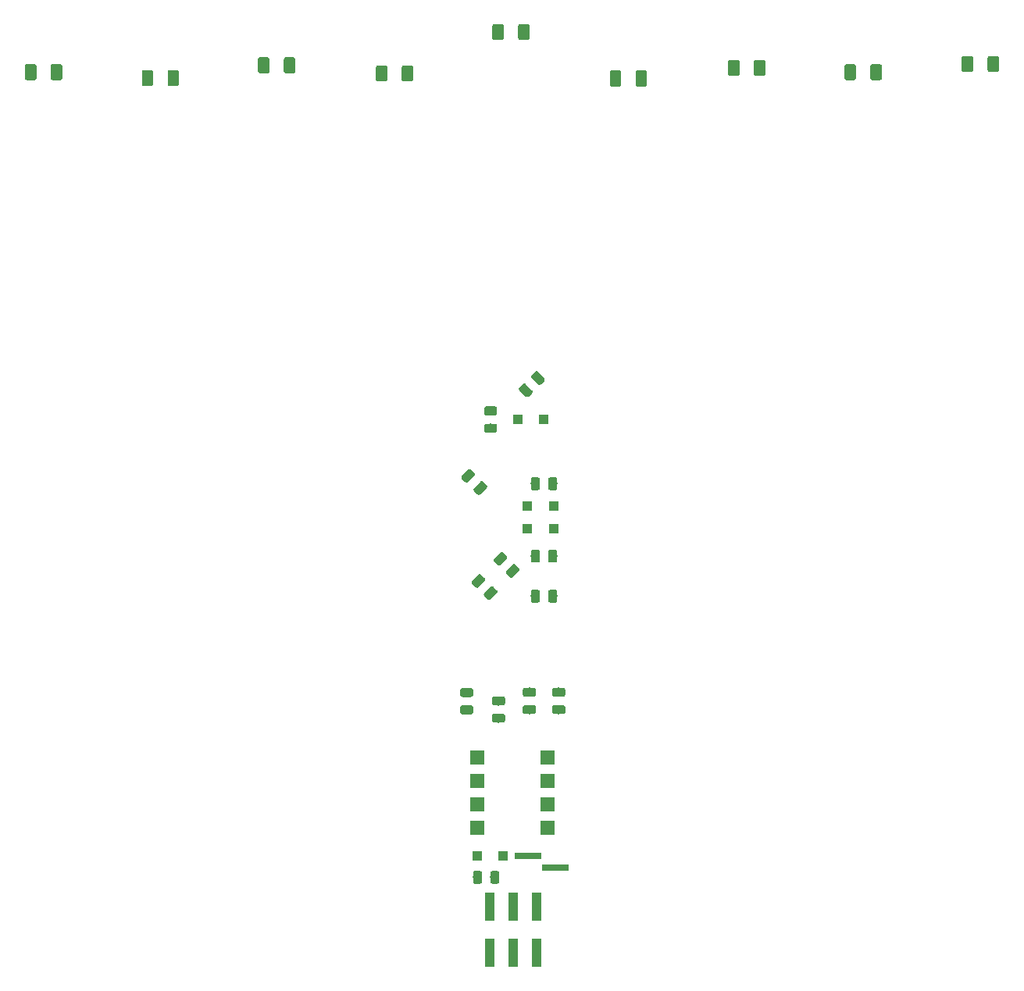
<source format=gtp>
G04 #@! TF.GenerationSoftware,KiCad,Pcbnew,(5.1.4)-1*
G04 #@! TF.CreationDate,2020-11-24T15:39:13-05:00*
G04 #@! TF.ProjectId,Menorah,4d656e6f-7261-4682-9e6b-696361645f70,rev?*
G04 #@! TF.SameCoordinates,Original*
G04 #@! TF.FileFunction,Paste,Top*
G04 #@! TF.FilePolarity,Positive*
%FSLAX46Y46*%
G04 Gerber Fmt 4.6, Leading zero omitted, Abs format (unit mm)*
G04 Created by KiCad (PCBNEW (5.1.4)-1) date 2020-11-24 15:39:13*
%MOMM*%
%LPD*%
G04 APERTURE LIST*
%ADD10C,0.100000*%
%ADD11C,0.975000*%
%ADD12R,1.000000X3.150000*%
%ADD13R,1.600000X1.600000*%
%ADD14R,1.100000X1.100000*%
%ADD15C,1.250000*%
%ADD16R,3.000000X0.650000*%
G04 APERTURE END LIST*
D10*
G36*
X140938439Y-84603936D02*
G01*
X140962100Y-84607446D01*
X140985304Y-84613258D01*
X141007826Y-84621316D01*
X141029450Y-84631544D01*
X141049967Y-84643841D01*
X141069180Y-84658091D01*
X141086904Y-84674155D01*
X141431619Y-85018870D01*
X141447683Y-85036594D01*
X141461933Y-85055807D01*
X141474230Y-85076324D01*
X141484458Y-85097948D01*
X141492516Y-85120470D01*
X141498328Y-85143674D01*
X141501838Y-85167335D01*
X141503012Y-85191227D01*
X141501838Y-85215119D01*
X141498328Y-85238780D01*
X141492516Y-85261984D01*
X141484458Y-85284506D01*
X141474230Y-85306130D01*
X141461933Y-85326647D01*
X141447683Y-85345860D01*
X141431619Y-85363584D01*
X140786384Y-86008819D01*
X140768660Y-86024883D01*
X140749447Y-86039133D01*
X140728930Y-86051430D01*
X140707306Y-86061658D01*
X140684784Y-86069716D01*
X140661580Y-86075528D01*
X140637919Y-86079038D01*
X140614027Y-86080212D01*
X140590135Y-86079038D01*
X140566474Y-86075528D01*
X140543270Y-86069716D01*
X140520748Y-86061658D01*
X140499124Y-86051430D01*
X140478607Y-86039133D01*
X140459394Y-86024883D01*
X140441670Y-86008819D01*
X140096955Y-85664104D01*
X140080891Y-85646380D01*
X140066641Y-85627167D01*
X140054344Y-85606650D01*
X140044116Y-85585026D01*
X140036058Y-85562504D01*
X140030246Y-85539300D01*
X140026736Y-85515639D01*
X140025562Y-85491747D01*
X140026736Y-85467855D01*
X140030246Y-85444194D01*
X140036058Y-85420990D01*
X140044116Y-85398468D01*
X140054344Y-85376844D01*
X140066641Y-85356327D01*
X140080891Y-85337114D01*
X140096955Y-85319390D01*
X140742190Y-84674155D01*
X140759914Y-84658091D01*
X140779127Y-84643841D01*
X140799644Y-84631544D01*
X140821268Y-84621316D01*
X140843790Y-84613258D01*
X140866994Y-84607446D01*
X140890655Y-84603936D01*
X140914547Y-84602762D01*
X140938439Y-84603936D01*
X140938439Y-84603936D01*
G37*
D11*
X140764287Y-85341487D03*
D10*
G36*
X142264265Y-85929762D02*
G01*
X142287926Y-85933272D01*
X142311130Y-85939084D01*
X142333652Y-85947142D01*
X142355276Y-85957370D01*
X142375793Y-85969667D01*
X142395006Y-85983917D01*
X142412730Y-85999981D01*
X142757445Y-86344696D01*
X142773509Y-86362420D01*
X142787759Y-86381633D01*
X142800056Y-86402150D01*
X142810284Y-86423774D01*
X142818342Y-86446296D01*
X142824154Y-86469500D01*
X142827664Y-86493161D01*
X142828838Y-86517053D01*
X142827664Y-86540945D01*
X142824154Y-86564606D01*
X142818342Y-86587810D01*
X142810284Y-86610332D01*
X142800056Y-86631956D01*
X142787759Y-86652473D01*
X142773509Y-86671686D01*
X142757445Y-86689410D01*
X142112210Y-87334645D01*
X142094486Y-87350709D01*
X142075273Y-87364959D01*
X142054756Y-87377256D01*
X142033132Y-87387484D01*
X142010610Y-87395542D01*
X141987406Y-87401354D01*
X141963745Y-87404864D01*
X141939853Y-87406038D01*
X141915961Y-87404864D01*
X141892300Y-87401354D01*
X141869096Y-87395542D01*
X141846574Y-87387484D01*
X141824950Y-87377256D01*
X141804433Y-87364959D01*
X141785220Y-87350709D01*
X141767496Y-87334645D01*
X141422781Y-86989930D01*
X141406717Y-86972206D01*
X141392467Y-86952993D01*
X141380170Y-86932476D01*
X141369942Y-86910852D01*
X141361884Y-86888330D01*
X141356072Y-86865126D01*
X141352562Y-86841465D01*
X141351388Y-86817573D01*
X141352562Y-86793681D01*
X141356072Y-86770020D01*
X141361884Y-86746816D01*
X141369942Y-86724294D01*
X141380170Y-86702670D01*
X141392467Y-86682153D01*
X141406717Y-86662940D01*
X141422781Y-86645216D01*
X142068016Y-85999981D01*
X142085740Y-85983917D01*
X142104953Y-85969667D01*
X142125470Y-85957370D01*
X142147094Y-85947142D01*
X142169616Y-85939084D01*
X142192820Y-85933272D01*
X142216481Y-85929762D01*
X142240373Y-85928588D01*
X142264265Y-85929762D01*
X142264265Y-85929762D01*
G37*
D11*
X142090113Y-86667313D03*
D10*
G36*
X146696342Y-88709174D02*
G01*
X146720003Y-88712684D01*
X146743207Y-88718496D01*
X146765729Y-88726554D01*
X146787353Y-88736782D01*
X146807870Y-88749079D01*
X146827083Y-88763329D01*
X146844807Y-88779393D01*
X146860871Y-88797117D01*
X146875121Y-88816330D01*
X146887418Y-88836847D01*
X146897646Y-88858471D01*
X146905704Y-88880993D01*
X146911516Y-88904197D01*
X146915026Y-88927858D01*
X146916200Y-88951750D01*
X146916200Y-89864250D01*
X146915026Y-89888142D01*
X146911516Y-89911803D01*
X146905704Y-89935007D01*
X146897646Y-89957529D01*
X146887418Y-89979153D01*
X146875121Y-89999670D01*
X146860871Y-90018883D01*
X146844807Y-90036607D01*
X146827083Y-90052671D01*
X146807870Y-90066921D01*
X146787353Y-90079218D01*
X146765729Y-90089446D01*
X146743207Y-90097504D01*
X146720003Y-90103316D01*
X146696342Y-90106826D01*
X146672450Y-90108000D01*
X146184950Y-90108000D01*
X146161058Y-90106826D01*
X146137397Y-90103316D01*
X146114193Y-90097504D01*
X146091671Y-90089446D01*
X146070047Y-90079218D01*
X146049530Y-90066921D01*
X146030317Y-90052671D01*
X146012593Y-90036607D01*
X145996529Y-90018883D01*
X145982279Y-89999670D01*
X145969982Y-89979153D01*
X145959754Y-89957529D01*
X145951696Y-89935007D01*
X145945884Y-89911803D01*
X145942374Y-89888142D01*
X145941200Y-89864250D01*
X145941200Y-88951750D01*
X145942374Y-88927858D01*
X145945884Y-88904197D01*
X145951696Y-88880993D01*
X145959754Y-88858471D01*
X145969982Y-88836847D01*
X145982279Y-88816330D01*
X145996529Y-88797117D01*
X146012593Y-88779393D01*
X146030317Y-88763329D01*
X146049530Y-88749079D01*
X146070047Y-88736782D01*
X146091671Y-88726554D01*
X146114193Y-88718496D01*
X146137397Y-88712684D01*
X146161058Y-88709174D01*
X146184950Y-88708000D01*
X146672450Y-88708000D01*
X146696342Y-88709174D01*
X146696342Y-88709174D01*
G37*
D11*
X146428700Y-89408000D03*
D10*
G36*
X144821342Y-88709174D02*
G01*
X144845003Y-88712684D01*
X144868207Y-88718496D01*
X144890729Y-88726554D01*
X144912353Y-88736782D01*
X144932870Y-88749079D01*
X144952083Y-88763329D01*
X144969807Y-88779393D01*
X144985871Y-88797117D01*
X145000121Y-88816330D01*
X145012418Y-88836847D01*
X145022646Y-88858471D01*
X145030704Y-88880993D01*
X145036516Y-88904197D01*
X145040026Y-88927858D01*
X145041200Y-88951750D01*
X145041200Y-89864250D01*
X145040026Y-89888142D01*
X145036516Y-89911803D01*
X145030704Y-89935007D01*
X145022646Y-89957529D01*
X145012418Y-89979153D01*
X145000121Y-89999670D01*
X144985871Y-90018883D01*
X144969807Y-90036607D01*
X144952083Y-90052671D01*
X144932870Y-90066921D01*
X144912353Y-90079218D01*
X144890729Y-90089446D01*
X144868207Y-90097504D01*
X144845003Y-90103316D01*
X144821342Y-90106826D01*
X144797450Y-90108000D01*
X144309950Y-90108000D01*
X144286058Y-90106826D01*
X144262397Y-90103316D01*
X144239193Y-90097504D01*
X144216671Y-90089446D01*
X144195047Y-90079218D01*
X144174530Y-90066921D01*
X144155317Y-90052671D01*
X144137593Y-90036607D01*
X144121529Y-90018883D01*
X144107279Y-89999670D01*
X144094982Y-89979153D01*
X144084754Y-89957529D01*
X144076696Y-89935007D01*
X144070884Y-89911803D01*
X144067374Y-89888142D01*
X144066200Y-89864250D01*
X144066200Y-88951750D01*
X144067374Y-88927858D01*
X144070884Y-88904197D01*
X144076696Y-88880993D01*
X144084754Y-88858471D01*
X144094982Y-88836847D01*
X144107279Y-88816330D01*
X144121529Y-88797117D01*
X144137593Y-88779393D01*
X144155317Y-88763329D01*
X144174530Y-88749079D01*
X144195047Y-88736782D01*
X144216671Y-88726554D01*
X144239193Y-88718496D01*
X144262397Y-88712684D01*
X144286058Y-88709174D01*
X144309950Y-88708000D01*
X144797450Y-88708000D01*
X144821342Y-88709174D01*
X144821342Y-88709174D01*
G37*
D11*
X144553700Y-89408000D03*
D10*
G36*
X138550839Y-87016936D02*
G01*
X138574500Y-87020446D01*
X138597704Y-87026258D01*
X138620226Y-87034316D01*
X138641850Y-87044544D01*
X138662367Y-87056841D01*
X138681580Y-87071091D01*
X138699304Y-87087155D01*
X139044019Y-87431870D01*
X139060083Y-87449594D01*
X139074333Y-87468807D01*
X139086630Y-87489324D01*
X139096858Y-87510948D01*
X139104916Y-87533470D01*
X139110728Y-87556674D01*
X139114238Y-87580335D01*
X139115412Y-87604227D01*
X139114238Y-87628119D01*
X139110728Y-87651780D01*
X139104916Y-87674984D01*
X139096858Y-87697506D01*
X139086630Y-87719130D01*
X139074333Y-87739647D01*
X139060083Y-87758860D01*
X139044019Y-87776584D01*
X138398784Y-88421819D01*
X138381060Y-88437883D01*
X138361847Y-88452133D01*
X138341330Y-88464430D01*
X138319706Y-88474658D01*
X138297184Y-88482716D01*
X138273980Y-88488528D01*
X138250319Y-88492038D01*
X138226427Y-88493212D01*
X138202535Y-88492038D01*
X138178874Y-88488528D01*
X138155670Y-88482716D01*
X138133148Y-88474658D01*
X138111524Y-88464430D01*
X138091007Y-88452133D01*
X138071794Y-88437883D01*
X138054070Y-88421819D01*
X137709355Y-88077104D01*
X137693291Y-88059380D01*
X137679041Y-88040167D01*
X137666744Y-88019650D01*
X137656516Y-87998026D01*
X137648458Y-87975504D01*
X137642646Y-87952300D01*
X137639136Y-87928639D01*
X137637962Y-87904747D01*
X137639136Y-87880855D01*
X137642646Y-87857194D01*
X137648458Y-87833990D01*
X137656516Y-87811468D01*
X137666744Y-87789844D01*
X137679041Y-87769327D01*
X137693291Y-87750114D01*
X137709355Y-87732390D01*
X138354590Y-87087155D01*
X138372314Y-87071091D01*
X138391527Y-87056841D01*
X138412044Y-87044544D01*
X138433668Y-87034316D01*
X138456190Y-87026258D01*
X138479394Y-87020446D01*
X138503055Y-87016936D01*
X138526947Y-87015762D01*
X138550839Y-87016936D01*
X138550839Y-87016936D01*
G37*
D11*
X138376687Y-87754487D03*
D10*
G36*
X139876665Y-88342762D02*
G01*
X139900326Y-88346272D01*
X139923530Y-88352084D01*
X139946052Y-88360142D01*
X139967676Y-88370370D01*
X139988193Y-88382667D01*
X140007406Y-88396917D01*
X140025130Y-88412981D01*
X140369845Y-88757696D01*
X140385909Y-88775420D01*
X140400159Y-88794633D01*
X140412456Y-88815150D01*
X140422684Y-88836774D01*
X140430742Y-88859296D01*
X140436554Y-88882500D01*
X140440064Y-88906161D01*
X140441238Y-88930053D01*
X140440064Y-88953945D01*
X140436554Y-88977606D01*
X140430742Y-89000810D01*
X140422684Y-89023332D01*
X140412456Y-89044956D01*
X140400159Y-89065473D01*
X140385909Y-89084686D01*
X140369845Y-89102410D01*
X139724610Y-89747645D01*
X139706886Y-89763709D01*
X139687673Y-89777959D01*
X139667156Y-89790256D01*
X139645532Y-89800484D01*
X139623010Y-89808542D01*
X139599806Y-89814354D01*
X139576145Y-89817864D01*
X139552253Y-89819038D01*
X139528361Y-89817864D01*
X139504700Y-89814354D01*
X139481496Y-89808542D01*
X139458974Y-89800484D01*
X139437350Y-89790256D01*
X139416833Y-89777959D01*
X139397620Y-89763709D01*
X139379896Y-89747645D01*
X139035181Y-89402930D01*
X139019117Y-89385206D01*
X139004867Y-89365993D01*
X138992570Y-89345476D01*
X138982342Y-89323852D01*
X138974284Y-89301330D01*
X138968472Y-89278126D01*
X138964962Y-89254465D01*
X138963788Y-89230573D01*
X138964962Y-89206681D01*
X138968472Y-89183020D01*
X138974284Y-89159816D01*
X138982342Y-89137294D01*
X138992570Y-89115670D01*
X139004867Y-89095153D01*
X139019117Y-89075940D01*
X139035181Y-89058216D01*
X139680416Y-88412981D01*
X139698140Y-88396917D01*
X139717353Y-88382667D01*
X139737870Y-88370370D01*
X139759494Y-88360142D01*
X139782016Y-88352084D01*
X139805220Y-88346272D01*
X139828881Y-88342762D01*
X139852773Y-88341588D01*
X139876665Y-88342762D01*
X139876665Y-88342762D01*
G37*
D11*
X139702513Y-89080313D03*
D10*
G36*
X137433239Y-75612336D02*
G01*
X137456900Y-75615846D01*
X137480104Y-75621658D01*
X137502626Y-75629716D01*
X137524250Y-75639944D01*
X137544767Y-75652241D01*
X137563980Y-75666491D01*
X137581704Y-75682555D01*
X137926419Y-76027270D01*
X137942483Y-76044994D01*
X137956733Y-76064207D01*
X137969030Y-76084724D01*
X137979258Y-76106348D01*
X137987316Y-76128870D01*
X137993128Y-76152074D01*
X137996638Y-76175735D01*
X137997812Y-76199627D01*
X137996638Y-76223519D01*
X137993128Y-76247180D01*
X137987316Y-76270384D01*
X137979258Y-76292906D01*
X137969030Y-76314530D01*
X137956733Y-76335047D01*
X137942483Y-76354260D01*
X137926419Y-76371984D01*
X137281184Y-77017219D01*
X137263460Y-77033283D01*
X137244247Y-77047533D01*
X137223730Y-77059830D01*
X137202106Y-77070058D01*
X137179584Y-77078116D01*
X137156380Y-77083928D01*
X137132719Y-77087438D01*
X137108827Y-77088612D01*
X137084935Y-77087438D01*
X137061274Y-77083928D01*
X137038070Y-77078116D01*
X137015548Y-77070058D01*
X136993924Y-77059830D01*
X136973407Y-77047533D01*
X136954194Y-77033283D01*
X136936470Y-77017219D01*
X136591755Y-76672504D01*
X136575691Y-76654780D01*
X136561441Y-76635567D01*
X136549144Y-76615050D01*
X136538916Y-76593426D01*
X136530858Y-76570904D01*
X136525046Y-76547700D01*
X136521536Y-76524039D01*
X136520362Y-76500147D01*
X136521536Y-76476255D01*
X136525046Y-76452594D01*
X136530858Y-76429390D01*
X136538916Y-76406868D01*
X136549144Y-76385244D01*
X136561441Y-76364727D01*
X136575691Y-76345514D01*
X136591755Y-76327790D01*
X137236990Y-75682555D01*
X137254714Y-75666491D01*
X137273927Y-75652241D01*
X137294444Y-75639944D01*
X137316068Y-75629716D01*
X137338590Y-75621658D01*
X137361794Y-75615846D01*
X137385455Y-75612336D01*
X137409347Y-75611162D01*
X137433239Y-75612336D01*
X137433239Y-75612336D01*
G37*
D11*
X137259087Y-76349887D03*
D10*
G36*
X138759065Y-76938162D02*
G01*
X138782726Y-76941672D01*
X138805930Y-76947484D01*
X138828452Y-76955542D01*
X138850076Y-76965770D01*
X138870593Y-76978067D01*
X138889806Y-76992317D01*
X138907530Y-77008381D01*
X139252245Y-77353096D01*
X139268309Y-77370820D01*
X139282559Y-77390033D01*
X139294856Y-77410550D01*
X139305084Y-77432174D01*
X139313142Y-77454696D01*
X139318954Y-77477900D01*
X139322464Y-77501561D01*
X139323638Y-77525453D01*
X139322464Y-77549345D01*
X139318954Y-77573006D01*
X139313142Y-77596210D01*
X139305084Y-77618732D01*
X139294856Y-77640356D01*
X139282559Y-77660873D01*
X139268309Y-77680086D01*
X139252245Y-77697810D01*
X138607010Y-78343045D01*
X138589286Y-78359109D01*
X138570073Y-78373359D01*
X138549556Y-78385656D01*
X138527932Y-78395884D01*
X138505410Y-78403942D01*
X138482206Y-78409754D01*
X138458545Y-78413264D01*
X138434653Y-78414438D01*
X138410761Y-78413264D01*
X138387100Y-78409754D01*
X138363896Y-78403942D01*
X138341374Y-78395884D01*
X138319750Y-78385656D01*
X138299233Y-78373359D01*
X138280020Y-78359109D01*
X138262296Y-78343045D01*
X137917581Y-77998330D01*
X137901517Y-77980606D01*
X137887267Y-77961393D01*
X137874970Y-77940876D01*
X137864742Y-77919252D01*
X137856684Y-77896730D01*
X137850872Y-77873526D01*
X137847362Y-77849865D01*
X137846188Y-77825973D01*
X137847362Y-77802081D01*
X137850872Y-77778420D01*
X137856684Y-77755216D01*
X137864742Y-77732694D01*
X137874970Y-77711070D01*
X137887267Y-77690553D01*
X137901517Y-77671340D01*
X137917581Y-77653616D01*
X138562816Y-77008381D01*
X138580540Y-76992317D01*
X138599753Y-76978067D01*
X138620270Y-76965770D01*
X138641894Y-76955542D01*
X138664416Y-76947484D01*
X138687620Y-76941672D01*
X138711281Y-76938162D01*
X138735173Y-76936988D01*
X138759065Y-76938162D01*
X138759065Y-76938162D01*
G37*
D11*
X138584913Y-77675713D03*
D10*
G36*
X146696342Y-76517174D02*
G01*
X146720003Y-76520684D01*
X146743207Y-76526496D01*
X146765729Y-76534554D01*
X146787353Y-76544782D01*
X146807870Y-76557079D01*
X146827083Y-76571329D01*
X146844807Y-76587393D01*
X146860871Y-76605117D01*
X146875121Y-76624330D01*
X146887418Y-76644847D01*
X146897646Y-76666471D01*
X146905704Y-76688993D01*
X146911516Y-76712197D01*
X146915026Y-76735858D01*
X146916200Y-76759750D01*
X146916200Y-77672250D01*
X146915026Y-77696142D01*
X146911516Y-77719803D01*
X146905704Y-77743007D01*
X146897646Y-77765529D01*
X146887418Y-77787153D01*
X146875121Y-77807670D01*
X146860871Y-77826883D01*
X146844807Y-77844607D01*
X146827083Y-77860671D01*
X146807870Y-77874921D01*
X146787353Y-77887218D01*
X146765729Y-77897446D01*
X146743207Y-77905504D01*
X146720003Y-77911316D01*
X146696342Y-77914826D01*
X146672450Y-77916000D01*
X146184950Y-77916000D01*
X146161058Y-77914826D01*
X146137397Y-77911316D01*
X146114193Y-77905504D01*
X146091671Y-77897446D01*
X146070047Y-77887218D01*
X146049530Y-77874921D01*
X146030317Y-77860671D01*
X146012593Y-77844607D01*
X145996529Y-77826883D01*
X145982279Y-77807670D01*
X145969982Y-77787153D01*
X145959754Y-77765529D01*
X145951696Y-77743007D01*
X145945884Y-77719803D01*
X145942374Y-77696142D01*
X145941200Y-77672250D01*
X145941200Y-76759750D01*
X145942374Y-76735858D01*
X145945884Y-76712197D01*
X145951696Y-76688993D01*
X145959754Y-76666471D01*
X145969982Y-76644847D01*
X145982279Y-76624330D01*
X145996529Y-76605117D01*
X146012593Y-76587393D01*
X146030317Y-76571329D01*
X146049530Y-76557079D01*
X146070047Y-76544782D01*
X146091671Y-76534554D01*
X146114193Y-76526496D01*
X146137397Y-76520684D01*
X146161058Y-76517174D01*
X146184950Y-76516000D01*
X146672450Y-76516000D01*
X146696342Y-76517174D01*
X146696342Y-76517174D01*
G37*
D11*
X146428700Y-77216000D03*
D10*
G36*
X144821342Y-76517174D02*
G01*
X144845003Y-76520684D01*
X144868207Y-76526496D01*
X144890729Y-76534554D01*
X144912353Y-76544782D01*
X144932870Y-76557079D01*
X144952083Y-76571329D01*
X144969807Y-76587393D01*
X144985871Y-76605117D01*
X145000121Y-76624330D01*
X145012418Y-76644847D01*
X145022646Y-76666471D01*
X145030704Y-76688993D01*
X145036516Y-76712197D01*
X145040026Y-76735858D01*
X145041200Y-76759750D01*
X145041200Y-77672250D01*
X145040026Y-77696142D01*
X145036516Y-77719803D01*
X145030704Y-77743007D01*
X145022646Y-77765529D01*
X145012418Y-77787153D01*
X145000121Y-77807670D01*
X144985871Y-77826883D01*
X144969807Y-77844607D01*
X144952083Y-77860671D01*
X144932870Y-77874921D01*
X144912353Y-77887218D01*
X144890729Y-77897446D01*
X144868207Y-77905504D01*
X144845003Y-77911316D01*
X144821342Y-77914826D01*
X144797450Y-77916000D01*
X144309950Y-77916000D01*
X144286058Y-77914826D01*
X144262397Y-77911316D01*
X144239193Y-77905504D01*
X144216671Y-77897446D01*
X144195047Y-77887218D01*
X144174530Y-77874921D01*
X144155317Y-77860671D01*
X144137593Y-77844607D01*
X144121529Y-77826883D01*
X144107279Y-77807670D01*
X144094982Y-77787153D01*
X144084754Y-77765529D01*
X144076696Y-77743007D01*
X144070884Y-77719803D01*
X144067374Y-77696142D01*
X144066200Y-77672250D01*
X144066200Y-76759750D01*
X144067374Y-76735858D01*
X144070884Y-76712197D01*
X144076696Y-76688993D01*
X144084754Y-76666471D01*
X144094982Y-76644847D01*
X144107279Y-76624330D01*
X144121529Y-76605117D01*
X144137593Y-76587393D01*
X144155317Y-76571329D01*
X144174530Y-76557079D01*
X144195047Y-76544782D01*
X144216671Y-76534554D01*
X144239193Y-76526496D01*
X144262397Y-76520684D01*
X144286058Y-76517174D01*
X144309950Y-76516000D01*
X144797450Y-76516000D01*
X144821342Y-76517174D01*
X144821342Y-76517174D01*
G37*
D11*
X144553700Y-77216000D03*
D10*
G36*
X140180142Y-68832574D02*
G01*
X140203803Y-68836084D01*
X140227007Y-68841896D01*
X140249529Y-68849954D01*
X140271153Y-68860182D01*
X140291670Y-68872479D01*
X140310883Y-68886729D01*
X140328607Y-68902793D01*
X140344671Y-68920517D01*
X140358921Y-68939730D01*
X140371218Y-68960247D01*
X140381446Y-68981871D01*
X140389504Y-69004393D01*
X140395316Y-69027597D01*
X140398826Y-69051258D01*
X140400000Y-69075150D01*
X140400000Y-69562650D01*
X140398826Y-69586542D01*
X140395316Y-69610203D01*
X140389504Y-69633407D01*
X140381446Y-69655929D01*
X140371218Y-69677553D01*
X140358921Y-69698070D01*
X140344671Y-69717283D01*
X140328607Y-69735007D01*
X140310883Y-69751071D01*
X140291670Y-69765321D01*
X140271153Y-69777618D01*
X140249529Y-69787846D01*
X140227007Y-69795904D01*
X140203803Y-69801716D01*
X140180142Y-69805226D01*
X140156250Y-69806400D01*
X139243750Y-69806400D01*
X139219858Y-69805226D01*
X139196197Y-69801716D01*
X139172993Y-69795904D01*
X139150471Y-69787846D01*
X139128847Y-69777618D01*
X139108330Y-69765321D01*
X139089117Y-69751071D01*
X139071393Y-69735007D01*
X139055329Y-69717283D01*
X139041079Y-69698070D01*
X139028782Y-69677553D01*
X139018554Y-69655929D01*
X139010496Y-69633407D01*
X139004684Y-69610203D01*
X139001174Y-69586542D01*
X139000000Y-69562650D01*
X139000000Y-69075150D01*
X139001174Y-69051258D01*
X139004684Y-69027597D01*
X139010496Y-69004393D01*
X139018554Y-68981871D01*
X139028782Y-68960247D01*
X139041079Y-68939730D01*
X139055329Y-68920517D01*
X139071393Y-68902793D01*
X139089117Y-68886729D01*
X139108330Y-68872479D01*
X139128847Y-68860182D01*
X139150471Y-68849954D01*
X139172993Y-68841896D01*
X139196197Y-68836084D01*
X139219858Y-68832574D01*
X139243750Y-68831400D01*
X140156250Y-68831400D01*
X140180142Y-68832574D01*
X140180142Y-68832574D01*
G37*
D11*
X139700000Y-69318900D03*
D10*
G36*
X140180142Y-70707574D02*
G01*
X140203803Y-70711084D01*
X140227007Y-70716896D01*
X140249529Y-70724954D01*
X140271153Y-70735182D01*
X140291670Y-70747479D01*
X140310883Y-70761729D01*
X140328607Y-70777793D01*
X140344671Y-70795517D01*
X140358921Y-70814730D01*
X140371218Y-70835247D01*
X140381446Y-70856871D01*
X140389504Y-70879393D01*
X140395316Y-70902597D01*
X140398826Y-70926258D01*
X140400000Y-70950150D01*
X140400000Y-71437650D01*
X140398826Y-71461542D01*
X140395316Y-71485203D01*
X140389504Y-71508407D01*
X140381446Y-71530929D01*
X140371218Y-71552553D01*
X140358921Y-71573070D01*
X140344671Y-71592283D01*
X140328607Y-71610007D01*
X140310883Y-71626071D01*
X140291670Y-71640321D01*
X140271153Y-71652618D01*
X140249529Y-71662846D01*
X140227007Y-71670904D01*
X140203803Y-71676716D01*
X140180142Y-71680226D01*
X140156250Y-71681400D01*
X139243750Y-71681400D01*
X139219858Y-71680226D01*
X139196197Y-71676716D01*
X139172993Y-71670904D01*
X139150471Y-71662846D01*
X139128847Y-71652618D01*
X139108330Y-71640321D01*
X139089117Y-71626071D01*
X139071393Y-71610007D01*
X139055329Y-71592283D01*
X139041079Y-71573070D01*
X139028782Y-71552553D01*
X139018554Y-71530929D01*
X139010496Y-71508407D01*
X139004684Y-71485203D01*
X139001174Y-71461542D01*
X139000000Y-71437650D01*
X139000000Y-70950150D01*
X139001174Y-70926258D01*
X139004684Y-70902597D01*
X139010496Y-70879393D01*
X139018554Y-70856871D01*
X139028782Y-70835247D01*
X139041079Y-70814730D01*
X139055329Y-70795517D01*
X139071393Y-70777793D01*
X139089117Y-70761729D01*
X139108330Y-70747479D01*
X139128847Y-70735182D01*
X139150471Y-70724954D01*
X139172993Y-70716896D01*
X139196197Y-70711084D01*
X139219858Y-70707574D01*
X139243750Y-70706400D01*
X140156250Y-70706400D01*
X140180142Y-70707574D01*
X140180142Y-70707574D01*
G37*
D11*
X139700000Y-71193900D03*
D10*
G36*
X144706945Y-65020536D02*
G01*
X144730606Y-65024046D01*
X144753810Y-65029858D01*
X144776332Y-65037916D01*
X144797956Y-65048144D01*
X144818473Y-65060441D01*
X144837686Y-65074691D01*
X144855410Y-65090755D01*
X145500645Y-65735990D01*
X145516709Y-65753714D01*
X145530959Y-65772927D01*
X145543256Y-65793444D01*
X145553484Y-65815068D01*
X145561542Y-65837590D01*
X145567354Y-65860794D01*
X145570864Y-65884455D01*
X145572038Y-65908347D01*
X145570864Y-65932239D01*
X145567354Y-65955900D01*
X145561542Y-65979104D01*
X145553484Y-66001626D01*
X145543256Y-66023250D01*
X145530959Y-66043767D01*
X145516709Y-66062980D01*
X145500645Y-66080704D01*
X145155930Y-66425419D01*
X145138206Y-66441483D01*
X145118993Y-66455733D01*
X145098476Y-66468030D01*
X145076852Y-66478258D01*
X145054330Y-66486316D01*
X145031126Y-66492128D01*
X145007465Y-66495638D01*
X144983573Y-66496812D01*
X144959681Y-66495638D01*
X144936020Y-66492128D01*
X144912816Y-66486316D01*
X144890294Y-66478258D01*
X144868670Y-66468030D01*
X144848153Y-66455733D01*
X144828940Y-66441483D01*
X144811216Y-66425419D01*
X144165981Y-65780184D01*
X144149917Y-65762460D01*
X144135667Y-65743247D01*
X144123370Y-65722730D01*
X144113142Y-65701106D01*
X144105084Y-65678584D01*
X144099272Y-65655380D01*
X144095762Y-65631719D01*
X144094588Y-65607827D01*
X144095762Y-65583935D01*
X144099272Y-65560274D01*
X144105084Y-65537070D01*
X144113142Y-65514548D01*
X144123370Y-65492924D01*
X144135667Y-65472407D01*
X144149917Y-65453194D01*
X144165981Y-65435470D01*
X144510696Y-65090755D01*
X144528420Y-65074691D01*
X144547633Y-65060441D01*
X144568150Y-65048144D01*
X144589774Y-65037916D01*
X144612296Y-65029858D01*
X144635500Y-65024046D01*
X144659161Y-65020536D01*
X144683053Y-65019362D01*
X144706945Y-65020536D01*
X144706945Y-65020536D01*
G37*
D11*
X144833313Y-65758087D03*
D10*
G36*
X143381119Y-66346362D02*
G01*
X143404780Y-66349872D01*
X143427984Y-66355684D01*
X143450506Y-66363742D01*
X143472130Y-66373970D01*
X143492647Y-66386267D01*
X143511860Y-66400517D01*
X143529584Y-66416581D01*
X144174819Y-67061816D01*
X144190883Y-67079540D01*
X144205133Y-67098753D01*
X144217430Y-67119270D01*
X144227658Y-67140894D01*
X144235716Y-67163416D01*
X144241528Y-67186620D01*
X144245038Y-67210281D01*
X144246212Y-67234173D01*
X144245038Y-67258065D01*
X144241528Y-67281726D01*
X144235716Y-67304930D01*
X144227658Y-67327452D01*
X144217430Y-67349076D01*
X144205133Y-67369593D01*
X144190883Y-67388806D01*
X144174819Y-67406530D01*
X143830104Y-67751245D01*
X143812380Y-67767309D01*
X143793167Y-67781559D01*
X143772650Y-67793856D01*
X143751026Y-67804084D01*
X143728504Y-67812142D01*
X143705300Y-67817954D01*
X143681639Y-67821464D01*
X143657747Y-67822638D01*
X143633855Y-67821464D01*
X143610194Y-67817954D01*
X143586990Y-67812142D01*
X143564468Y-67804084D01*
X143542844Y-67793856D01*
X143522327Y-67781559D01*
X143503114Y-67767309D01*
X143485390Y-67751245D01*
X142840155Y-67106010D01*
X142824091Y-67088286D01*
X142809841Y-67069073D01*
X142797544Y-67048556D01*
X142787316Y-67026932D01*
X142779258Y-67004410D01*
X142773446Y-66981206D01*
X142769936Y-66957545D01*
X142768762Y-66933653D01*
X142769936Y-66909761D01*
X142773446Y-66886100D01*
X142779258Y-66862896D01*
X142787316Y-66840374D01*
X142797544Y-66818750D01*
X142809841Y-66798233D01*
X142824091Y-66779020D01*
X142840155Y-66761296D01*
X143184870Y-66416581D01*
X143202594Y-66400517D01*
X143221807Y-66386267D01*
X143242324Y-66373970D01*
X143263948Y-66363742D01*
X143286470Y-66355684D01*
X143309674Y-66349872D01*
X143333335Y-66346362D01*
X143357227Y-66345188D01*
X143381119Y-66346362D01*
X143381119Y-66346362D01*
G37*
D11*
X143507487Y-67083913D03*
D10*
G36*
X144821342Y-84365774D02*
G01*
X144845003Y-84369284D01*
X144868207Y-84375096D01*
X144890729Y-84383154D01*
X144912353Y-84393382D01*
X144932870Y-84405679D01*
X144952083Y-84419929D01*
X144969807Y-84435993D01*
X144985871Y-84453717D01*
X145000121Y-84472930D01*
X145012418Y-84493447D01*
X145022646Y-84515071D01*
X145030704Y-84537593D01*
X145036516Y-84560797D01*
X145040026Y-84584458D01*
X145041200Y-84608350D01*
X145041200Y-85520850D01*
X145040026Y-85544742D01*
X145036516Y-85568403D01*
X145030704Y-85591607D01*
X145022646Y-85614129D01*
X145012418Y-85635753D01*
X145000121Y-85656270D01*
X144985871Y-85675483D01*
X144969807Y-85693207D01*
X144952083Y-85709271D01*
X144932870Y-85723521D01*
X144912353Y-85735818D01*
X144890729Y-85746046D01*
X144868207Y-85754104D01*
X144845003Y-85759916D01*
X144821342Y-85763426D01*
X144797450Y-85764600D01*
X144309950Y-85764600D01*
X144286058Y-85763426D01*
X144262397Y-85759916D01*
X144239193Y-85754104D01*
X144216671Y-85746046D01*
X144195047Y-85735818D01*
X144174530Y-85723521D01*
X144155317Y-85709271D01*
X144137593Y-85693207D01*
X144121529Y-85675483D01*
X144107279Y-85656270D01*
X144094982Y-85635753D01*
X144084754Y-85614129D01*
X144076696Y-85591607D01*
X144070884Y-85568403D01*
X144067374Y-85544742D01*
X144066200Y-85520850D01*
X144066200Y-84608350D01*
X144067374Y-84584458D01*
X144070884Y-84560797D01*
X144076696Y-84537593D01*
X144084754Y-84515071D01*
X144094982Y-84493447D01*
X144107279Y-84472930D01*
X144121529Y-84453717D01*
X144137593Y-84435993D01*
X144155317Y-84419929D01*
X144174530Y-84405679D01*
X144195047Y-84393382D01*
X144216671Y-84383154D01*
X144239193Y-84375096D01*
X144262397Y-84369284D01*
X144286058Y-84365774D01*
X144309950Y-84364600D01*
X144797450Y-84364600D01*
X144821342Y-84365774D01*
X144821342Y-84365774D01*
G37*
D11*
X144553700Y-85064600D03*
D10*
G36*
X146696342Y-84365774D02*
G01*
X146720003Y-84369284D01*
X146743207Y-84375096D01*
X146765729Y-84383154D01*
X146787353Y-84393382D01*
X146807870Y-84405679D01*
X146827083Y-84419929D01*
X146844807Y-84435993D01*
X146860871Y-84453717D01*
X146875121Y-84472930D01*
X146887418Y-84493447D01*
X146897646Y-84515071D01*
X146905704Y-84537593D01*
X146911516Y-84560797D01*
X146915026Y-84584458D01*
X146916200Y-84608350D01*
X146916200Y-85520850D01*
X146915026Y-85544742D01*
X146911516Y-85568403D01*
X146905704Y-85591607D01*
X146897646Y-85614129D01*
X146887418Y-85635753D01*
X146875121Y-85656270D01*
X146860871Y-85675483D01*
X146844807Y-85693207D01*
X146827083Y-85709271D01*
X146807870Y-85723521D01*
X146787353Y-85735818D01*
X146765729Y-85746046D01*
X146743207Y-85754104D01*
X146720003Y-85759916D01*
X146696342Y-85763426D01*
X146672450Y-85764600D01*
X146184950Y-85764600D01*
X146161058Y-85763426D01*
X146137397Y-85759916D01*
X146114193Y-85754104D01*
X146091671Y-85746046D01*
X146070047Y-85735818D01*
X146049530Y-85723521D01*
X146030317Y-85709271D01*
X146012593Y-85693207D01*
X145996529Y-85675483D01*
X145982279Y-85656270D01*
X145969982Y-85635753D01*
X145959754Y-85614129D01*
X145951696Y-85591607D01*
X145945884Y-85568403D01*
X145942374Y-85544742D01*
X145941200Y-85520850D01*
X145941200Y-84608350D01*
X145942374Y-84584458D01*
X145945884Y-84560797D01*
X145951696Y-84537593D01*
X145959754Y-84515071D01*
X145969982Y-84493447D01*
X145982279Y-84472930D01*
X145996529Y-84453717D01*
X146012593Y-84435993D01*
X146030317Y-84419929D01*
X146049530Y-84405679D01*
X146070047Y-84393382D01*
X146091671Y-84383154D01*
X146114193Y-84375096D01*
X146137397Y-84369284D01*
X146161058Y-84365774D01*
X146184950Y-84364600D01*
X146672450Y-84364600D01*
X146696342Y-84365774D01*
X146696342Y-84365774D01*
G37*
D11*
X146428700Y-85064600D03*
D10*
G36*
X137589342Y-101238374D02*
G01*
X137613003Y-101241884D01*
X137636207Y-101247696D01*
X137658729Y-101255754D01*
X137680353Y-101265982D01*
X137700870Y-101278279D01*
X137720083Y-101292529D01*
X137737807Y-101308593D01*
X137753871Y-101326317D01*
X137768121Y-101345530D01*
X137780418Y-101366047D01*
X137790646Y-101387671D01*
X137798704Y-101410193D01*
X137804516Y-101433397D01*
X137808026Y-101457058D01*
X137809200Y-101480950D01*
X137809200Y-101968450D01*
X137808026Y-101992342D01*
X137804516Y-102016003D01*
X137798704Y-102039207D01*
X137790646Y-102061729D01*
X137780418Y-102083353D01*
X137768121Y-102103870D01*
X137753871Y-102123083D01*
X137737807Y-102140807D01*
X137720083Y-102156871D01*
X137700870Y-102171121D01*
X137680353Y-102183418D01*
X137658729Y-102193646D01*
X137636207Y-102201704D01*
X137613003Y-102207516D01*
X137589342Y-102211026D01*
X137565450Y-102212200D01*
X136652950Y-102212200D01*
X136629058Y-102211026D01*
X136605397Y-102207516D01*
X136582193Y-102201704D01*
X136559671Y-102193646D01*
X136538047Y-102183418D01*
X136517530Y-102171121D01*
X136498317Y-102156871D01*
X136480593Y-102140807D01*
X136464529Y-102123083D01*
X136450279Y-102103870D01*
X136437982Y-102083353D01*
X136427754Y-102061729D01*
X136419696Y-102039207D01*
X136413884Y-102016003D01*
X136410374Y-101992342D01*
X136409200Y-101968450D01*
X136409200Y-101480950D01*
X136410374Y-101457058D01*
X136413884Y-101433397D01*
X136419696Y-101410193D01*
X136427754Y-101387671D01*
X136437982Y-101366047D01*
X136450279Y-101345530D01*
X136464529Y-101326317D01*
X136480593Y-101308593D01*
X136498317Y-101292529D01*
X136517530Y-101278279D01*
X136538047Y-101265982D01*
X136559671Y-101255754D01*
X136582193Y-101247696D01*
X136605397Y-101241884D01*
X136629058Y-101238374D01*
X136652950Y-101237200D01*
X137565450Y-101237200D01*
X137589342Y-101238374D01*
X137589342Y-101238374D01*
G37*
D11*
X137109200Y-101724700D03*
D10*
G36*
X137589342Y-99363374D02*
G01*
X137613003Y-99366884D01*
X137636207Y-99372696D01*
X137658729Y-99380754D01*
X137680353Y-99390982D01*
X137700870Y-99403279D01*
X137720083Y-99417529D01*
X137737807Y-99433593D01*
X137753871Y-99451317D01*
X137768121Y-99470530D01*
X137780418Y-99491047D01*
X137790646Y-99512671D01*
X137798704Y-99535193D01*
X137804516Y-99558397D01*
X137808026Y-99582058D01*
X137809200Y-99605950D01*
X137809200Y-100093450D01*
X137808026Y-100117342D01*
X137804516Y-100141003D01*
X137798704Y-100164207D01*
X137790646Y-100186729D01*
X137780418Y-100208353D01*
X137768121Y-100228870D01*
X137753871Y-100248083D01*
X137737807Y-100265807D01*
X137720083Y-100281871D01*
X137700870Y-100296121D01*
X137680353Y-100308418D01*
X137658729Y-100318646D01*
X137636207Y-100326704D01*
X137613003Y-100332516D01*
X137589342Y-100336026D01*
X137565450Y-100337200D01*
X136652950Y-100337200D01*
X136629058Y-100336026D01*
X136605397Y-100332516D01*
X136582193Y-100326704D01*
X136559671Y-100318646D01*
X136538047Y-100308418D01*
X136517530Y-100296121D01*
X136498317Y-100281871D01*
X136480593Y-100265807D01*
X136464529Y-100248083D01*
X136450279Y-100228870D01*
X136437982Y-100208353D01*
X136427754Y-100186729D01*
X136419696Y-100164207D01*
X136413884Y-100141003D01*
X136410374Y-100117342D01*
X136409200Y-100093450D01*
X136409200Y-99605950D01*
X136410374Y-99582058D01*
X136413884Y-99558397D01*
X136419696Y-99535193D01*
X136427754Y-99512671D01*
X136437982Y-99491047D01*
X136450279Y-99470530D01*
X136464529Y-99451317D01*
X136480593Y-99433593D01*
X136498317Y-99417529D01*
X136517530Y-99403279D01*
X136538047Y-99390982D01*
X136559671Y-99380754D01*
X136582193Y-99372696D01*
X136605397Y-99366884D01*
X136629058Y-99363374D01*
X136652950Y-99362200D01*
X137565450Y-99362200D01*
X137589342Y-99363374D01*
X137589342Y-99363374D01*
G37*
D11*
X137109200Y-99849700D03*
D12*
X144678400Y-123027200D03*
X144678400Y-128077200D03*
X142138400Y-123027200D03*
X142138400Y-128077200D03*
X139598400Y-123027200D03*
X139598400Y-128077200D03*
D13*
X138277600Y-114503200D03*
X145897600Y-106883200D03*
X138277600Y-111963200D03*
X145897600Y-109423200D03*
X138277600Y-109423200D03*
X145897600Y-111963200D03*
X138277600Y-106883200D03*
X145897600Y-114503200D03*
D10*
G36*
X138547542Y-119189174D02*
G01*
X138571203Y-119192684D01*
X138594407Y-119198496D01*
X138616929Y-119206554D01*
X138638553Y-119216782D01*
X138659070Y-119229079D01*
X138678283Y-119243329D01*
X138696007Y-119259393D01*
X138712071Y-119277117D01*
X138726321Y-119296330D01*
X138738618Y-119316847D01*
X138748846Y-119338471D01*
X138756904Y-119360993D01*
X138762716Y-119384197D01*
X138766226Y-119407858D01*
X138767400Y-119431750D01*
X138767400Y-120344250D01*
X138766226Y-120368142D01*
X138762716Y-120391803D01*
X138756904Y-120415007D01*
X138748846Y-120437529D01*
X138738618Y-120459153D01*
X138726321Y-120479670D01*
X138712071Y-120498883D01*
X138696007Y-120516607D01*
X138678283Y-120532671D01*
X138659070Y-120546921D01*
X138638553Y-120559218D01*
X138616929Y-120569446D01*
X138594407Y-120577504D01*
X138571203Y-120583316D01*
X138547542Y-120586826D01*
X138523650Y-120588000D01*
X138036150Y-120588000D01*
X138012258Y-120586826D01*
X137988597Y-120583316D01*
X137965393Y-120577504D01*
X137942871Y-120569446D01*
X137921247Y-120559218D01*
X137900730Y-120546921D01*
X137881517Y-120532671D01*
X137863793Y-120516607D01*
X137847729Y-120498883D01*
X137833479Y-120479670D01*
X137821182Y-120459153D01*
X137810954Y-120437529D01*
X137802896Y-120415007D01*
X137797084Y-120391803D01*
X137793574Y-120368142D01*
X137792400Y-120344250D01*
X137792400Y-119431750D01*
X137793574Y-119407858D01*
X137797084Y-119384197D01*
X137802896Y-119360993D01*
X137810954Y-119338471D01*
X137821182Y-119316847D01*
X137833479Y-119296330D01*
X137847729Y-119277117D01*
X137863793Y-119259393D01*
X137881517Y-119243329D01*
X137900730Y-119229079D01*
X137921247Y-119216782D01*
X137942871Y-119206554D01*
X137965393Y-119198496D01*
X137988597Y-119192684D01*
X138012258Y-119189174D01*
X138036150Y-119188000D01*
X138523650Y-119188000D01*
X138547542Y-119189174D01*
X138547542Y-119189174D01*
G37*
D11*
X138279900Y-119888000D03*
D10*
G36*
X140422542Y-119189174D02*
G01*
X140446203Y-119192684D01*
X140469407Y-119198496D01*
X140491929Y-119206554D01*
X140513553Y-119216782D01*
X140534070Y-119229079D01*
X140553283Y-119243329D01*
X140571007Y-119259393D01*
X140587071Y-119277117D01*
X140601321Y-119296330D01*
X140613618Y-119316847D01*
X140623846Y-119338471D01*
X140631904Y-119360993D01*
X140637716Y-119384197D01*
X140641226Y-119407858D01*
X140642400Y-119431750D01*
X140642400Y-120344250D01*
X140641226Y-120368142D01*
X140637716Y-120391803D01*
X140631904Y-120415007D01*
X140623846Y-120437529D01*
X140613618Y-120459153D01*
X140601321Y-120479670D01*
X140587071Y-120498883D01*
X140571007Y-120516607D01*
X140553283Y-120532671D01*
X140534070Y-120546921D01*
X140513553Y-120559218D01*
X140491929Y-120569446D01*
X140469407Y-120577504D01*
X140446203Y-120583316D01*
X140422542Y-120586826D01*
X140398650Y-120588000D01*
X139911150Y-120588000D01*
X139887258Y-120586826D01*
X139863597Y-120583316D01*
X139840393Y-120577504D01*
X139817871Y-120569446D01*
X139796247Y-120559218D01*
X139775730Y-120546921D01*
X139756517Y-120532671D01*
X139738793Y-120516607D01*
X139722729Y-120498883D01*
X139708479Y-120479670D01*
X139696182Y-120459153D01*
X139685954Y-120437529D01*
X139677896Y-120415007D01*
X139672084Y-120391803D01*
X139668574Y-120368142D01*
X139667400Y-120344250D01*
X139667400Y-119431750D01*
X139668574Y-119407858D01*
X139672084Y-119384197D01*
X139677896Y-119360993D01*
X139685954Y-119338471D01*
X139696182Y-119316847D01*
X139708479Y-119296330D01*
X139722729Y-119277117D01*
X139738793Y-119259393D01*
X139756517Y-119243329D01*
X139775730Y-119229079D01*
X139796247Y-119216782D01*
X139817871Y-119206554D01*
X139840393Y-119198496D01*
X139863597Y-119192684D01*
X139887258Y-119189174D01*
X139911150Y-119188000D01*
X140398650Y-119188000D01*
X140422542Y-119189174D01*
X140422542Y-119189174D01*
G37*
D11*
X140154900Y-119888000D03*
D10*
G36*
X147571542Y-101212974D02*
G01*
X147595203Y-101216484D01*
X147618407Y-101222296D01*
X147640929Y-101230354D01*
X147662553Y-101240582D01*
X147683070Y-101252879D01*
X147702283Y-101267129D01*
X147720007Y-101283193D01*
X147736071Y-101300917D01*
X147750321Y-101320130D01*
X147762618Y-101340647D01*
X147772846Y-101362271D01*
X147780904Y-101384793D01*
X147786716Y-101407997D01*
X147790226Y-101431658D01*
X147791400Y-101455550D01*
X147791400Y-101943050D01*
X147790226Y-101966942D01*
X147786716Y-101990603D01*
X147780904Y-102013807D01*
X147772846Y-102036329D01*
X147762618Y-102057953D01*
X147750321Y-102078470D01*
X147736071Y-102097683D01*
X147720007Y-102115407D01*
X147702283Y-102131471D01*
X147683070Y-102145721D01*
X147662553Y-102158018D01*
X147640929Y-102168246D01*
X147618407Y-102176304D01*
X147595203Y-102182116D01*
X147571542Y-102185626D01*
X147547650Y-102186800D01*
X146635150Y-102186800D01*
X146611258Y-102185626D01*
X146587597Y-102182116D01*
X146564393Y-102176304D01*
X146541871Y-102168246D01*
X146520247Y-102158018D01*
X146499730Y-102145721D01*
X146480517Y-102131471D01*
X146462793Y-102115407D01*
X146446729Y-102097683D01*
X146432479Y-102078470D01*
X146420182Y-102057953D01*
X146409954Y-102036329D01*
X146401896Y-102013807D01*
X146396084Y-101990603D01*
X146392574Y-101966942D01*
X146391400Y-101943050D01*
X146391400Y-101455550D01*
X146392574Y-101431658D01*
X146396084Y-101407997D01*
X146401896Y-101384793D01*
X146409954Y-101362271D01*
X146420182Y-101340647D01*
X146432479Y-101320130D01*
X146446729Y-101300917D01*
X146462793Y-101283193D01*
X146480517Y-101267129D01*
X146499730Y-101252879D01*
X146520247Y-101240582D01*
X146541871Y-101230354D01*
X146564393Y-101222296D01*
X146587597Y-101216484D01*
X146611258Y-101212974D01*
X146635150Y-101211800D01*
X147547650Y-101211800D01*
X147571542Y-101212974D01*
X147571542Y-101212974D01*
G37*
D11*
X147091400Y-101699300D03*
D10*
G36*
X147571542Y-99337974D02*
G01*
X147595203Y-99341484D01*
X147618407Y-99347296D01*
X147640929Y-99355354D01*
X147662553Y-99365582D01*
X147683070Y-99377879D01*
X147702283Y-99392129D01*
X147720007Y-99408193D01*
X147736071Y-99425917D01*
X147750321Y-99445130D01*
X147762618Y-99465647D01*
X147772846Y-99487271D01*
X147780904Y-99509793D01*
X147786716Y-99532997D01*
X147790226Y-99556658D01*
X147791400Y-99580550D01*
X147791400Y-100068050D01*
X147790226Y-100091942D01*
X147786716Y-100115603D01*
X147780904Y-100138807D01*
X147772846Y-100161329D01*
X147762618Y-100182953D01*
X147750321Y-100203470D01*
X147736071Y-100222683D01*
X147720007Y-100240407D01*
X147702283Y-100256471D01*
X147683070Y-100270721D01*
X147662553Y-100283018D01*
X147640929Y-100293246D01*
X147618407Y-100301304D01*
X147595203Y-100307116D01*
X147571542Y-100310626D01*
X147547650Y-100311800D01*
X146635150Y-100311800D01*
X146611258Y-100310626D01*
X146587597Y-100307116D01*
X146564393Y-100301304D01*
X146541871Y-100293246D01*
X146520247Y-100283018D01*
X146499730Y-100270721D01*
X146480517Y-100256471D01*
X146462793Y-100240407D01*
X146446729Y-100222683D01*
X146432479Y-100203470D01*
X146420182Y-100182953D01*
X146409954Y-100161329D01*
X146401896Y-100138807D01*
X146396084Y-100115603D01*
X146392574Y-100091942D01*
X146391400Y-100068050D01*
X146391400Y-99580550D01*
X146392574Y-99556658D01*
X146396084Y-99532997D01*
X146401896Y-99509793D01*
X146409954Y-99487271D01*
X146420182Y-99465647D01*
X146432479Y-99445130D01*
X146446729Y-99425917D01*
X146462793Y-99408193D01*
X146480517Y-99392129D01*
X146499730Y-99377879D01*
X146520247Y-99365582D01*
X146541871Y-99355354D01*
X146564393Y-99347296D01*
X146587597Y-99341484D01*
X146611258Y-99337974D01*
X146635150Y-99336800D01*
X147547650Y-99336800D01*
X147571542Y-99337974D01*
X147571542Y-99337974D01*
G37*
D11*
X147091400Y-99824300D03*
D10*
G36*
X144371142Y-101212974D02*
G01*
X144394803Y-101216484D01*
X144418007Y-101222296D01*
X144440529Y-101230354D01*
X144462153Y-101240582D01*
X144482670Y-101252879D01*
X144501883Y-101267129D01*
X144519607Y-101283193D01*
X144535671Y-101300917D01*
X144549921Y-101320130D01*
X144562218Y-101340647D01*
X144572446Y-101362271D01*
X144580504Y-101384793D01*
X144586316Y-101407997D01*
X144589826Y-101431658D01*
X144591000Y-101455550D01*
X144591000Y-101943050D01*
X144589826Y-101966942D01*
X144586316Y-101990603D01*
X144580504Y-102013807D01*
X144572446Y-102036329D01*
X144562218Y-102057953D01*
X144549921Y-102078470D01*
X144535671Y-102097683D01*
X144519607Y-102115407D01*
X144501883Y-102131471D01*
X144482670Y-102145721D01*
X144462153Y-102158018D01*
X144440529Y-102168246D01*
X144418007Y-102176304D01*
X144394803Y-102182116D01*
X144371142Y-102185626D01*
X144347250Y-102186800D01*
X143434750Y-102186800D01*
X143410858Y-102185626D01*
X143387197Y-102182116D01*
X143363993Y-102176304D01*
X143341471Y-102168246D01*
X143319847Y-102158018D01*
X143299330Y-102145721D01*
X143280117Y-102131471D01*
X143262393Y-102115407D01*
X143246329Y-102097683D01*
X143232079Y-102078470D01*
X143219782Y-102057953D01*
X143209554Y-102036329D01*
X143201496Y-102013807D01*
X143195684Y-101990603D01*
X143192174Y-101966942D01*
X143191000Y-101943050D01*
X143191000Y-101455550D01*
X143192174Y-101431658D01*
X143195684Y-101407997D01*
X143201496Y-101384793D01*
X143209554Y-101362271D01*
X143219782Y-101340647D01*
X143232079Y-101320130D01*
X143246329Y-101300917D01*
X143262393Y-101283193D01*
X143280117Y-101267129D01*
X143299330Y-101252879D01*
X143319847Y-101240582D01*
X143341471Y-101230354D01*
X143363993Y-101222296D01*
X143387197Y-101216484D01*
X143410858Y-101212974D01*
X143434750Y-101211800D01*
X144347250Y-101211800D01*
X144371142Y-101212974D01*
X144371142Y-101212974D01*
G37*
D11*
X143891000Y-101699300D03*
D10*
G36*
X144371142Y-99337974D02*
G01*
X144394803Y-99341484D01*
X144418007Y-99347296D01*
X144440529Y-99355354D01*
X144462153Y-99365582D01*
X144482670Y-99377879D01*
X144501883Y-99392129D01*
X144519607Y-99408193D01*
X144535671Y-99425917D01*
X144549921Y-99445130D01*
X144562218Y-99465647D01*
X144572446Y-99487271D01*
X144580504Y-99509793D01*
X144586316Y-99532997D01*
X144589826Y-99556658D01*
X144591000Y-99580550D01*
X144591000Y-100068050D01*
X144589826Y-100091942D01*
X144586316Y-100115603D01*
X144580504Y-100138807D01*
X144572446Y-100161329D01*
X144562218Y-100182953D01*
X144549921Y-100203470D01*
X144535671Y-100222683D01*
X144519607Y-100240407D01*
X144501883Y-100256471D01*
X144482670Y-100270721D01*
X144462153Y-100283018D01*
X144440529Y-100293246D01*
X144418007Y-100301304D01*
X144394803Y-100307116D01*
X144371142Y-100310626D01*
X144347250Y-100311800D01*
X143434750Y-100311800D01*
X143410858Y-100310626D01*
X143387197Y-100307116D01*
X143363993Y-100301304D01*
X143341471Y-100293246D01*
X143319847Y-100283018D01*
X143299330Y-100270721D01*
X143280117Y-100256471D01*
X143262393Y-100240407D01*
X143246329Y-100222683D01*
X143232079Y-100203470D01*
X143219782Y-100182953D01*
X143209554Y-100161329D01*
X143201496Y-100138807D01*
X143195684Y-100115603D01*
X143192174Y-100091942D01*
X143191000Y-100068050D01*
X143191000Y-99580550D01*
X143192174Y-99556658D01*
X143195684Y-99532997D01*
X143201496Y-99509793D01*
X143209554Y-99487271D01*
X143219782Y-99465647D01*
X143232079Y-99445130D01*
X143246329Y-99425917D01*
X143262393Y-99408193D01*
X143280117Y-99392129D01*
X143299330Y-99377879D01*
X143319847Y-99365582D01*
X143341471Y-99355354D01*
X143363993Y-99347296D01*
X143387197Y-99341484D01*
X143410858Y-99337974D01*
X143434750Y-99336800D01*
X144347250Y-99336800D01*
X144371142Y-99337974D01*
X144371142Y-99337974D01*
G37*
D11*
X143891000Y-99824300D03*
D10*
G36*
X141043742Y-102152774D02*
G01*
X141067403Y-102156284D01*
X141090607Y-102162096D01*
X141113129Y-102170154D01*
X141134753Y-102180382D01*
X141155270Y-102192679D01*
X141174483Y-102206929D01*
X141192207Y-102222993D01*
X141208271Y-102240717D01*
X141222521Y-102259930D01*
X141234818Y-102280447D01*
X141245046Y-102302071D01*
X141253104Y-102324593D01*
X141258916Y-102347797D01*
X141262426Y-102371458D01*
X141263600Y-102395350D01*
X141263600Y-102882850D01*
X141262426Y-102906742D01*
X141258916Y-102930403D01*
X141253104Y-102953607D01*
X141245046Y-102976129D01*
X141234818Y-102997753D01*
X141222521Y-103018270D01*
X141208271Y-103037483D01*
X141192207Y-103055207D01*
X141174483Y-103071271D01*
X141155270Y-103085521D01*
X141134753Y-103097818D01*
X141113129Y-103108046D01*
X141090607Y-103116104D01*
X141067403Y-103121916D01*
X141043742Y-103125426D01*
X141019850Y-103126600D01*
X140107350Y-103126600D01*
X140083458Y-103125426D01*
X140059797Y-103121916D01*
X140036593Y-103116104D01*
X140014071Y-103108046D01*
X139992447Y-103097818D01*
X139971930Y-103085521D01*
X139952717Y-103071271D01*
X139934993Y-103055207D01*
X139918929Y-103037483D01*
X139904679Y-103018270D01*
X139892382Y-102997753D01*
X139882154Y-102976129D01*
X139874096Y-102953607D01*
X139868284Y-102930403D01*
X139864774Y-102906742D01*
X139863600Y-102882850D01*
X139863600Y-102395350D01*
X139864774Y-102371458D01*
X139868284Y-102347797D01*
X139874096Y-102324593D01*
X139882154Y-102302071D01*
X139892382Y-102280447D01*
X139904679Y-102259930D01*
X139918929Y-102240717D01*
X139934993Y-102222993D01*
X139952717Y-102206929D01*
X139971930Y-102192679D01*
X139992447Y-102180382D01*
X140014071Y-102170154D01*
X140036593Y-102162096D01*
X140059797Y-102156284D01*
X140083458Y-102152774D01*
X140107350Y-102151600D01*
X141019850Y-102151600D01*
X141043742Y-102152774D01*
X141043742Y-102152774D01*
G37*
D11*
X140563600Y-102639100D03*
D10*
G36*
X141043742Y-100277774D02*
G01*
X141067403Y-100281284D01*
X141090607Y-100287096D01*
X141113129Y-100295154D01*
X141134753Y-100305382D01*
X141155270Y-100317679D01*
X141174483Y-100331929D01*
X141192207Y-100347993D01*
X141208271Y-100365717D01*
X141222521Y-100384930D01*
X141234818Y-100405447D01*
X141245046Y-100427071D01*
X141253104Y-100449593D01*
X141258916Y-100472797D01*
X141262426Y-100496458D01*
X141263600Y-100520350D01*
X141263600Y-101007850D01*
X141262426Y-101031742D01*
X141258916Y-101055403D01*
X141253104Y-101078607D01*
X141245046Y-101101129D01*
X141234818Y-101122753D01*
X141222521Y-101143270D01*
X141208271Y-101162483D01*
X141192207Y-101180207D01*
X141174483Y-101196271D01*
X141155270Y-101210521D01*
X141134753Y-101222818D01*
X141113129Y-101233046D01*
X141090607Y-101241104D01*
X141067403Y-101246916D01*
X141043742Y-101250426D01*
X141019850Y-101251600D01*
X140107350Y-101251600D01*
X140083458Y-101250426D01*
X140059797Y-101246916D01*
X140036593Y-101241104D01*
X140014071Y-101233046D01*
X139992447Y-101222818D01*
X139971930Y-101210521D01*
X139952717Y-101196271D01*
X139934993Y-101180207D01*
X139918929Y-101162483D01*
X139904679Y-101143270D01*
X139892382Y-101122753D01*
X139882154Y-101101129D01*
X139874096Y-101078607D01*
X139868284Y-101055403D01*
X139864774Y-101031742D01*
X139863600Y-101007850D01*
X139863600Y-100520350D01*
X139864774Y-100496458D01*
X139868284Y-100472797D01*
X139874096Y-100449593D01*
X139882154Y-100427071D01*
X139892382Y-100405447D01*
X139904679Y-100384930D01*
X139918929Y-100365717D01*
X139934993Y-100347993D01*
X139952717Y-100331929D01*
X139971930Y-100317679D01*
X139992447Y-100305382D01*
X140014071Y-100295154D01*
X140036593Y-100287096D01*
X140059797Y-100281284D01*
X140083458Y-100277774D01*
X140107350Y-100276600D01*
X141019850Y-100276600D01*
X141043742Y-100277774D01*
X141043742Y-100277774D01*
G37*
D11*
X140563600Y-100764100D03*
D14*
X138274600Y-117576600D03*
X141074600Y-117576600D03*
X146510200Y-79603600D03*
X143710200Y-79603600D03*
X143710200Y-82067400D03*
X146510200Y-82067400D03*
X142643400Y-70256400D03*
X145443400Y-70256400D03*
D10*
G36*
X194585504Y-30825404D02*
G01*
X194609773Y-30829004D01*
X194633571Y-30834965D01*
X194656671Y-30843230D01*
X194678849Y-30853720D01*
X194699893Y-30866333D01*
X194719598Y-30880947D01*
X194737777Y-30897423D01*
X194754253Y-30915602D01*
X194768867Y-30935307D01*
X194781480Y-30956351D01*
X194791970Y-30978529D01*
X194800235Y-31001629D01*
X194806196Y-31025427D01*
X194809796Y-31049696D01*
X194811000Y-31074200D01*
X194811000Y-32324200D01*
X194809796Y-32348704D01*
X194806196Y-32372973D01*
X194800235Y-32396771D01*
X194791970Y-32419871D01*
X194781480Y-32442049D01*
X194768867Y-32463093D01*
X194754253Y-32482798D01*
X194737777Y-32500977D01*
X194719598Y-32517453D01*
X194699893Y-32532067D01*
X194678849Y-32544680D01*
X194656671Y-32555170D01*
X194633571Y-32563435D01*
X194609773Y-32569396D01*
X194585504Y-32572996D01*
X194561000Y-32574200D01*
X193811000Y-32574200D01*
X193786496Y-32572996D01*
X193762227Y-32569396D01*
X193738429Y-32563435D01*
X193715329Y-32555170D01*
X193693151Y-32544680D01*
X193672107Y-32532067D01*
X193652402Y-32517453D01*
X193634223Y-32500977D01*
X193617747Y-32482798D01*
X193603133Y-32463093D01*
X193590520Y-32442049D01*
X193580030Y-32419871D01*
X193571765Y-32396771D01*
X193565804Y-32372973D01*
X193562204Y-32348704D01*
X193561000Y-32324200D01*
X193561000Y-31074200D01*
X193562204Y-31049696D01*
X193565804Y-31025427D01*
X193571765Y-31001629D01*
X193580030Y-30978529D01*
X193590520Y-30956351D01*
X193603133Y-30935307D01*
X193617747Y-30915602D01*
X193634223Y-30897423D01*
X193652402Y-30880947D01*
X193672107Y-30866333D01*
X193693151Y-30853720D01*
X193715329Y-30843230D01*
X193738429Y-30834965D01*
X193762227Y-30829004D01*
X193786496Y-30825404D01*
X193811000Y-30824200D01*
X194561000Y-30824200D01*
X194585504Y-30825404D01*
X194585504Y-30825404D01*
G37*
D15*
X194186000Y-31699200D03*
D10*
G36*
X191785504Y-30825404D02*
G01*
X191809773Y-30829004D01*
X191833571Y-30834965D01*
X191856671Y-30843230D01*
X191878849Y-30853720D01*
X191899893Y-30866333D01*
X191919598Y-30880947D01*
X191937777Y-30897423D01*
X191954253Y-30915602D01*
X191968867Y-30935307D01*
X191981480Y-30956351D01*
X191991970Y-30978529D01*
X192000235Y-31001629D01*
X192006196Y-31025427D01*
X192009796Y-31049696D01*
X192011000Y-31074200D01*
X192011000Y-32324200D01*
X192009796Y-32348704D01*
X192006196Y-32372973D01*
X192000235Y-32396771D01*
X191991970Y-32419871D01*
X191981480Y-32442049D01*
X191968867Y-32463093D01*
X191954253Y-32482798D01*
X191937777Y-32500977D01*
X191919598Y-32517453D01*
X191899893Y-32532067D01*
X191878849Y-32544680D01*
X191856671Y-32555170D01*
X191833571Y-32563435D01*
X191809773Y-32569396D01*
X191785504Y-32572996D01*
X191761000Y-32574200D01*
X191011000Y-32574200D01*
X190986496Y-32572996D01*
X190962227Y-32569396D01*
X190938429Y-32563435D01*
X190915329Y-32555170D01*
X190893151Y-32544680D01*
X190872107Y-32532067D01*
X190852402Y-32517453D01*
X190834223Y-32500977D01*
X190817747Y-32482798D01*
X190803133Y-32463093D01*
X190790520Y-32442049D01*
X190780030Y-32419871D01*
X190771765Y-32396771D01*
X190765804Y-32372973D01*
X190762204Y-32348704D01*
X190761000Y-32324200D01*
X190761000Y-31074200D01*
X190762204Y-31049696D01*
X190765804Y-31025427D01*
X190771765Y-31001629D01*
X190780030Y-30978529D01*
X190790520Y-30956351D01*
X190803133Y-30935307D01*
X190817747Y-30915602D01*
X190834223Y-30897423D01*
X190852402Y-30880947D01*
X190872107Y-30866333D01*
X190893151Y-30853720D01*
X190915329Y-30843230D01*
X190938429Y-30834965D01*
X190962227Y-30829004D01*
X190986496Y-30825404D01*
X191011000Y-30824200D01*
X191761000Y-30824200D01*
X191785504Y-30825404D01*
X191785504Y-30825404D01*
G37*
D15*
X191386000Y-31699200D03*
D10*
G36*
X181885504Y-31714404D02*
G01*
X181909773Y-31718004D01*
X181933571Y-31723965D01*
X181956671Y-31732230D01*
X181978849Y-31742720D01*
X181999893Y-31755333D01*
X182019598Y-31769947D01*
X182037777Y-31786423D01*
X182054253Y-31804602D01*
X182068867Y-31824307D01*
X182081480Y-31845351D01*
X182091970Y-31867529D01*
X182100235Y-31890629D01*
X182106196Y-31914427D01*
X182109796Y-31938696D01*
X182111000Y-31963200D01*
X182111000Y-33213200D01*
X182109796Y-33237704D01*
X182106196Y-33261973D01*
X182100235Y-33285771D01*
X182091970Y-33308871D01*
X182081480Y-33331049D01*
X182068867Y-33352093D01*
X182054253Y-33371798D01*
X182037777Y-33389977D01*
X182019598Y-33406453D01*
X181999893Y-33421067D01*
X181978849Y-33433680D01*
X181956671Y-33444170D01*
X181933571Y-33452435D01*
X181909773Y-33458396D01*
X181885504Y-33461996D01*
X181861000Y-33463200D01*
X181111000Y-33463200D01*
X181086496Y-33461996D01*
X181062227Y-33458396D01*
X181038429Y-33452435D01*
X181015329Y-33444170D01*
X180993151Y-33433680D01*
X180972107Y-33421067D01*
X180952402Y-33406453D01*
X180934223Y-33389977D01*
X180917747Y-33371798D01*
X180903133Y-33352093D01*
X180890520Y-33331049D01*
X180880030Y-33308871D01*
X180871765Y-33285771D01*
X180865804Y-33261973D01*
X180862204Y-33237704D01*
X180861000Y-33213200D01*
X180861000Y-31963200D01*
X180862204Y-31938696D01*
X180865804Y-31914427D01*
X180871765Y-31890629D01*
X180880030Y-31867529D01*
X180890520Y-31845351D01*
X180903133Y-31824307D01*
X180917747Y-31804602D01*
X180934223Y-31786423D01*
X180952402Y-31769947D01*
X180972107Y-31755333D01*
X180993151Y-31742720D01*
X181015329Y-31732230D01*
X181038429Y-31723965D01*
X181062227Y-31718004D01*
X181086496Y-31714404D01*
X181111000Y-31713200D01*
X181861000Y-31713200D01*
X181885504Y-31714404D01*
X181885504Y-31714404D01*
G37*
D15*
X181486000Y-32588200D03*
D10*
G36*
X179085504Y-31714404D02*
G01*
X179109773Y-31718004D01*
X179133571Y-31723965D01*
X179156671Y-31732230D01*
X179178849Y-31742720D01*
X179199893Y-31755333D01*
X179219598Y-31769947D01*
X179237777Y-31786423D01*
X179254253Y-31804602D01*
X179268867Y-31824307D01*
X179281480Y-31845351D01*
X179291970Y-31867529D01*
X179300235Y-31890629D01*
X179306196Y-31914427D01*
X179309796Y-31938696D01*
X179311000Y-31963200D01*
X179311000Y-33213200D01*
X179309796Y-33237704D01*
X179306196Y-33261973D01*
X179300235Y-33285771D01*
X179291970Y-33308871D01*
X179281480Y-33331049D01*
X179268867Y-33352093D01*
X179254253Y-33371798D01*
X179237777Y-33389977D01*
X179219598Y-33406453D01*
X179199893Y-33421067D01*
X179178849Y-33433680D01*
X179156671Y-33444170D01*
X179133571Y-33452435D01*
X179109773Y-33458396D01*
X179085504Y-33461996D01*
X179061000Y-33463200D01*
X178311000Y-33463200D01*
X178286496Y-33461996D01*
X178262227Y-33458396D01*
X178238429Y-33452435D01*
X178215329Y-33444170D01*
X178193151Y-33433680D01*
X178172107Y-33421067D01*
X178152402Y-33406453D01*
X178134223Y-33389977D01*
X178117747Y-33371798D01*
X178103133Y-33352093D01*
X178090520Y-33331049D01*
X178080030Y-33308871D01*
X178071765Y-33285771D01*
X178065804Y-33261973D01*
X178062204Y-33237704D01*
X178061000Y-33213200D01*
X178061000Y-31963200D01*
X178062204Y-31938696D01*
X178065804Y-31914427D01*
X178071765Y-31890629D01*
X178080030Y-31867529D01*
X178090520Y-31845351D01*
X178103133Y-31824307D01*
X178117747Y-31804602D01*
X178134223Y-31786423D01*
X178152402Y-31769947D01*
X178172107Y-31755333D01*
X178193151Y-31742720D01*
X178215329Y-31732230D01*
X178238429Y-31723965D01*
X178262227Y-31718004D01*
X178286496Y-31714404D01*
X178311000Y-31713200D01*
X179061000Y-31713200D01*
X179085504Y-31714404D01*
X179085504Y-31714404D01*
G37*
D15*
X178686000Y-32588200D03*
D10*
G36*
X169261704Y-31257204D02*
G01*
X169285973Y-31260804D01*
X169309771Y-31266765D01*
X169332871Y-31275030D01*
X169355049Y-31285520D01*
X169376093Y-31298133D01*
X169395798Y-31312747D01*
X169413977Y-31329223D01*
X169430453Y-31347402D01*
X169445067Y-31367107D01*
X169457680Y-31388151D01*
X169468170Y-31410329D01*
X169476435Y-31433429D01*
X169482396Y-31457227D01*
X169485996Y-31481496D01*
X169487200Y-31506000D01*
X169487200Y-32756000D01*
X169485996Y-32780504D01*
X169482396Y-32804773D01*
X169476435Y-32828571D01*
X169468170Y-32851671D01*
X169457680Y-32873849D01*
X169445067Y-32894893D01*
X169430453Y-32914598D01*
X169413977Y-32932777D01*
X169395798Y-32949253D01*
X169376093Y-32963867D01*
X169355049Y-32976480D01*
X169332871Y-32986970D01*
X169309771Y-32995235D01*
X169285973Y-33001196D01*
X169261704Y-33004796D01*
X169237200Y-33006000D01*
X168487200Y-33006000D01*
X168462696Y-33004796D01*
X168438427Y-33001196D01*
X168414629Y-32995235D01*
X168391529Y-32986970D01*
X168369351Y-32976480D01*
X168348307Y-32963867D01*
X168328602Y-32949253D01*
X168310423Y-32932777D01*
X168293947Y-32914598D01*
X168279333Y-32894893D01*
X168266720Y-32873849D01*
X168256230Y-32851671D01*
X168247965Y-32828571D01*
X168242004Y-32804773D01*
X168238404Y-32780504D01*
X168237200Y-32756000D01*
X168237200Y-31506000D01*
X168238404Y-31481496D01*
X168242004Y-31457227D01*
X168247965Y-31433429D01*
X168256230Y-31410329D01*
X168266720Y-31388151D01*
X168279333Y-31367107D01*
X168293947Y-31347402D01*
X168310423Y-31329223D01*
X168328602Y-31312747D01*
X168348307Y-31298133D01*
X168369351Y-31285520D01*
X168391529Y-31275030D01*
X168414629Y-31266765D01*
X168438427Y-31260804D01*
X168462696Y-31257204D01*
X168487200Y-31256000D01*
X169237200Y-31256000D01*
X169261704Y-31257204D01*
X169261704Y-31257204D01*
G37*
D15*
X168862200Y-32131000D03*
D10*
G36*
X166461704Y-31257204D02*
G01*
X166485973Y-31260804D01*
X166509771Y-31266765D01*
X166532871Y-31275030D01*
X166555049Y-31285520D01*
X166576093Y-31298133D01*
X166595798Y-31312747D01*
X166613977Y-31329223D01*
X166630453Y-31347402D01*
X166645067Y-31367107D01*
X166657680Y-31388151D01*
X166668170Y-31410329D01*
X166676435Y-31433429D01*
X166682396Y-31457227D01*
X166685996Y-31481496D01*
X166687200Y-31506000D01*
X166687200Y-32756000D01*
X166685996Y-32780504D01*
X166682396Y-32804773D01*
X166676435Y-32828571D01*
X166668170Y-32851671D01*
X166657680Y-32873849D01*
X166645067Y-32894893D01*
X166630453Y-32914598D01*
X166613977Y-32932777D01*
X166595798Y-32949253D01*
X166576093Y-32963867D01*
X166555049Y-32976480D01*
X166532871Y-32986970D01*
X166509771Y-32995235D01*
X166485973Y-33001196D01*
X166461704Y-33004796D01*
X166437200Y-33006000D01*
X165687200Y-33006000D01*
X165662696Y-33004796D01*
X165638427Y-33001196D01*
X165614629Y-32995235D01*
X165591529Y-32986970D01*
X165569351Y-32976480D01*
X165548307Y-32963867D01*
X165528602Y-32949253D01*
X165510423Y-32932777D01*
X165493947Y-32914598D01*
X165479333Y-32894893D01*
X165466720Y-32873849D01*
X165456230Y-32851671D01*
X165447965Y-32828571D01*
X165442004Y-32804773D01*
X165438404Y-32780504D01*
X165437200Y-32756000D01*
X165437200Y-31506000D01*
X165438404Y-31481496D01*
X165442004Y-31457227D01*
X165447965Y-31433429D01*
X165456230Y-31410329D01*
X165466720Y-31388151D01*
X165479333Y-31367107D01*
X165493947Y-31347402D01*
X165510423Y-31329223D01*
X165528602Y-31312747D01*
X165548307Y-31298133D01*
X165569351Y-31285520D01*
X165591529Y-31275030D01*
X165614629Y-31266765D01*
X165638427Y-31260804D01*
X165662696Y-31257204D01*
X165687200Y-31256000D01*
X166437200Y-31256000D01*
X166461704Y-31257204D01*
X166461704Y-31257204D01*
G37*
D15*
X166062200Y-32131000D03*
D10*
G36*
X156434704Y-32400204D02*
G01*
X156458973Y-32403804D01*
X156482771Y-32409765D01*
X156505871Y-32418030D01*
X156528049Y-32428520D01*
X156549093Y-32441133D01*
X156568798Y-32455747D01*
X156586977Y-32472223D01*
X156603453Y-32490402D01*
X156618067Y-32510107D01*
X156630680Y-32531151D01*
X156641170Y-32553329D01*
X156649435Y-32576429D01*
X156655396Y-32600227D01*
X156658996Y-32624496D01*
X156660200Y-32649000D01*
X156660200Y-33899000D01*
X156658996Y-33923504D01*
X156655396Y-33947773D01*
X156649435Y-33971571D01*
X156641170Y-33994671D01*
X156630680Y-34016849D01*
X156618067Y-34037893D01*
X156603453Y-34057598D01*
X156586977Y-34075777D01*
X156568798Y-34092253D01*
X156549093Y-34106867D01*
X156528049Y-34119480D01*
X156505871Y-34129970D01*
X156482771Y-34138235D01*
X156458973Y-34144196D01*
X156434704Y-34147796D01*
X156410200Y-34149000D01*
X155660200Y-34149000D01*
X155635696Y-34147796D01*
X155611427Y-34144196D01*
X155587629Y-34138235D01*
X155564529Y-34129970D01*
X155542351Y-34119480D01*
X155521307Y-34106867D01*
X155501602Y-34092253D01*
X155483423Y-34075777D01*
X155466947Y-34057598D01*
X155452333Y-34037893D01*
X155439720Y-34016849D01*
X155429230Y-33994671D01*
X155420965Y-33971571D01*
X155415004Y-33947773D01*
X155411404Y-33923504D01*
X155410200Y-33899000D01*
X155410200Y-32649000D01*
X155411404Y-32624496D01*
X155415004Y-32600227D01*
X155420965Y-32576429D01*
X155429230Y-32553329D01*
X155439720Y-32531151D01*
X155452333Y-32510107D01*
X155466947Y-32490402D01*
X155483423Y-32472223D01*
X155501602Y-32455747D01*
X155521307Y-32441133D01*
X155542351Y-32428520D01*
X155564529Y-32418030D01*
X155587629Y-32409765D01*
X155611427Y-32403804D01*
X155635696Y-32400204D01*
X155660200Y-32399000D01*
X156410200Y-32399000D01*
X156434704Y-32400204D01*
X156434704Y-32400204D01*
G37*
D15*
X156035200Y-33274000D03*
D10*
G36*
X153634704Y-32400204D02*
G01*
X153658973Y-32403804D01*
X153682771Y-32409765D01*
X153705871Y-32418030D01*
X153728049Y-32428520D01*
X153749093Y-32441133D01*
X153768798Y-32455747D01*
X153786977Y-32472223D01*
X153803453Y-32490402D01*
X153818067Y-32510107D01*
X153830680Y-32531151D01*
X153841170Y-32553329D01*
X153849435Y-32576429D01*
X153855396Y-32600227D01*
X153858996Y-32624496D01*
X153860200Y-32649000D01*
X153860200Y-33899000D01*
X153858996Y-33923504D01*
X153855396Y-33947773D01*
X153849435Y-33971571D01*
X153841170Y-33994671D01*
X153830680Y-34016849D01*
X153818067Y-34037893D01*
X153803453Y-34057598D01*
X153786977Y-34075777D01*
X153768798Y-34092253D01*
X153749093Y-34106867D01*
X153728049Y-34119480D01*
X153705871Y-34129970D01*
X153682771Y-34138235D01*
X153658973Y-34144196D01*
X153634704Y-34147796D01*
X153610200Y-34149000D01*
X152860200Y-34149000D01*
X152835696Y-34147796D01*
X152811427Y-34144196D01*
X152787629Y-34138235D01*
X152764529Y-34129970D01*
X152742351Y-34119480D01*
X152721307Y-34106867D01*
X152701602Y-34092253D01*
X152683423Y-34075777D01*
X152666947Y-34057598D01*
X152652333Y-34037893D01*
X152639720Y-34016849D01*
X152629230Y-33994671D01*
X152620965Y-33971571D01*
X152615004Y-33947773D01*
X152611404Y-33923504D01*
X152610200Y-33899000D01*
X152610200Y-32649000D01*
X152611404Y-32624496D01*
X152615004Y-32600227D01*
X152620965Y-32576429D01*
X152629230Y-32553329D01*
X152639720Y-32531151D01*
X152652333Y-32510107D01*
X152666947Y-32490402D01*
X152683423Y-32472223D01*
X152701602Y-32455747D01*
X152721307Y-32441133D01*
X152742351Y-32428520D01*
X152764529Y-32418030D01*
X152787629Y-32409765D01*
X152811427Y-32403804D01*
X152835696Y-32400204D01*
X152860200Y-32399000D01*
X153610200Y-32399000D01*
X153634704Y-32400204D01*
X153634704Y-32400204D01*
G37*
D15*
X153235200Y-33274000D03*
D10*
G36*
X143709304Y-27371004D02*
G01*
X143733573Y-27374604D01*
X143757371Y-27380565D01*
X143780471Y-27388830D01*
X143802649Y-27399320D01*
X143823693Y-27411933D01*
X143843398Y-27426547D01*
X143861577Y-27443023D01*
X143878053Y-27461202D01*
X143892667Y-27480907D01*
X143905280Y-27501951D01*
X143915770Y-27524129D01*
X143924035Y-27547229D01*
X143929996Y-27571027D01*
X143933596Y-27595296D01*
X143934800Y-27619800D01*
X143934800Y-28869800D01*
X143933596Y-28894304D01*
X143929996Y-28918573D01*
X143924035Y-28942371D01*
X143915770Y-28965471D01*
X143905280Y-28987649D01*
X143892667Y-29008693D01*
X143878053Y-29028398D01*
X143861577Y-29046577D01*
X143843398Y-29063053D01*
X143823693Y-29077667D01*
X143802649Y-29090280D01*
X143780471Y-29100770D01*
X143757371Y-29109035D01*
X143733573Y-29114996D01*
X143709304Y-29118596D01*
X143684800Y-29119800D01*
X142934800Y-29119800D01*
X142910296Y-29118596D01*
X142886027Y-29114996D01*
X142862229Y-29109035D01*
X142839129Y-29100770D01*
X142816951Y-29090280D01*
X142795907Y-29077667D01*
X142776202Y-29063053D01*
X142758023Y-29046577D01*
X142741547Y-29028398D01*
X142726933Y-29008693D01*
X142714320Y-28987649D01*
X142703830Y-28965471D01*
X142695565Y-28942371D01*
X142689604Y-28918573D01*
X142686004Y-28894304D01*
X142684800Y-28869800D01*
X142684800Y-27619800D01*
X142686004Y-27595296D01*
X142689604Y-27571027D01*
X142695565Y-27547229D01*
X142703830Y-27524129D01*
X142714320Y-27501951D01*
X142726933Y-27480907D01*
X142741547Y-27461202D01*
X142758023Y-27443023D01*
X142776202Y-27426547D01*
X142795907Y-27411933D01*
X142816951Y-27399320D01*
X142839129Y-27388830D01*
X142862229Y-27380565D01*
X142886027Y-27374604D01*
X142910296Y-27371004D01*
X142934800Y-27369800D01*
X143684800Y-27369800D01*
X143709304Y-27371004D01*
X143709304Y-27371004D01*
G37*
D15*
X143309800Y-28244800D03*
D10*
G36*
X140909304Y-27371004D02*
G01*
X140933573Y-27374604D01*
X140957371Y-27380565D01*
X140980471Y-27388830D01*
X141002649Y-27399320D01*
X141023693Y-27411933D01*
X141043398Y-27426547D01*
X141061577Y-27443023D01*
X141078053Y-27461202D01*
X141092667Y-27480907D01*
X141105280Y-27501951D01*
X141115770Y-27524129D01*
X141124035Y-27547229D01*
X141129996Y-27571027D01*
X141133596Y-27595296D01*
X141134800Y-27619800D01*
X141134800Y-28869800D01*
X141133596Y-28894304D01*
X141129996Y-28918573D01*
X141124035Y-28942371D01*
X141115770Y-28965471D01*
X141105280Y-28987649D01*
X141092667Y-29008693D01*
X141078053Y-29028398D01*
X141061577Y-29046577D01*
X141043398Y-29063053D01*
X141023693Y-29077667D01*
X141002649Y-29090280D01*
X140980471Y-29100770D01*
X140957371Y-29109035D01*
X140933573Y-29114996D01*
X140909304Y-29118596D01*
X140884800Y-29119800D01*
X140134800Y-29119800D01*
X140110296Y-29118596D01*
X140086027Y-29114996D01*
X140062229Y-29109035D01*
X140039129Y-29100770D01*
X140016951Y-29090280D01*
X139995907Y-29077667D01*
X139976202Y-29063053D01*
X139958023Y-29046577D01*
X139941547Y-29028398D01*
X139926933Y-29008693D01*
X139914320Y-28987649D01*
X139903830Y-28965471D01*
X139895565Y-28942371D01*
X139889604Y-28918573D01*
X139886004Y-28894304D01*
X139884800Y-28869800D01*
X139884800Y-27619800D01*
X139886004Y-27595296D01*
X139889604Y-27571027D01*
X139895565Y-27547229D01*
X139903830Y-27524129D01*
X139914320Y-27501951D01*
X139926933Y-27480907D01*
X139941547Y-27461202D01*
X139958023Y-27443023D01*
X139976202Y-27426547D01*
X139995907Y-27411933D01*
X140016951Y-27399320D01*
X140039129Y-27388830D01*
X140062229Y-27380565D01*
X140086027Y-27374604D01*
X140110296Y-27371004D01*
X140134800Y-27369800D01*
X140884800Y-27369800D01*
X140909304Y-27371004D01*
X140909304Y-27371004D01*
G37*
D15*
X140509800Y-28244800D03*
D10*
G36*
X131085504Y-31866804D02*
G01*
X131109773Y-31870404D01*
X131133571Y-31876365D01*
X131156671Y-31884630D01*
X131178849Y-31895120D01*
X131199893Y-31907733D01*
X131219598Y-31922347D01*
X131237777Y-31938823D01*
X131254253Y-31957002D01*
X131268867Y-31976707D01*
X131281480Y-31997751D01*
X131291970Y-32019929D01*
X131300235Y-32043029D01*
X131306196Y-32066827D01*
X131309796Y-32091096D01*
X131311000Y-32115600D01*
X131311000Y-33365600D01*
X131309796Y-33390104D01*
X131306196Y-33414373D01*
X131300235Y-33438171D01*
X131291970Y-33461271D01*
X131281480Y-33483449D01*
X131268867Y-33504493D01*
X131254253Y-33524198D01*
X131237777Y-33542377D01*
X131219598Y-33558853D01*
X131199893Y-33573467D01*
X131178849Y-33586080D01*
X131156671Y-33596570D01*
X131133571Y-33604835D01*
X131109773Y-33610796D01*
X131085504Y-33614396D01*
X131061000Y-33615600D01*
X130311000Y-33615600D01*
X130286496Y-33614396D01*
X130262227Y-33610796D01*
X130238429Y-33604835D01*
X130215329Y-33596570D01*
X130193151Y-33586080D01*
X130172107Y-33573467D01*
X130152402Y-33558853D01*
X130134223Y-33542377D01*
X130117747Y-33524198D01*
X130103133Y-33504493D01*
X130090520Y-33483449D01*
X130080030Y-33461271D01*
X130071765Y-33438171D01*
X130065804Y-33414373D01*
X130062204Y-33390104D01*
X130061000Y-33365600D01*
X130061000Y-32115600D01*
X130062204Y-32091096D01*
X130065804Y-32066827D01*
X130071765Y-32043029D01*
X130080030Y-32019929D01*
X130090520Y-31997751D01*
X130103133Y-31976707D01*
X130117747Y-31957002D01*
X130134223Y-31938823D01*
X130152402Y-31922347D01*
X130172107Y-31907733D01*
X130193151Y-31895120D01*
X130215329Y-31884630D01*
X130238429Y-31876365D01*
X130262227Y-31870404D01*
X130286496Y-31866804D01*
X130311000Y-31865600D01*
X131061000Y-31865600D01*
X131085504Y-31866804D01*
X131085504Y-31866804D01*
G37*
D15*
X130686000Y-32740600D03*
D10*
G36*
X128285504Y-31866804D02*
G01*
X128309773Y-31870404D01*
X128333571Y-31876365D01*
X128356671Y-31884630D01*
X128378849Y-31895120D01*
X128399893Y-31907733D01*
X128419598Y-31922347D01*
X128437777Y-31938823D01*
X128454253Y-31957002D01*
X128468867Y-31976707D01*
X128481480Y-31997751D01*
X128491970Y-32019929D01*
X128500235Y-32043029D01*
X128506196Y-32066827D01*
X128509796Y-32091096D01*
X128511000Y-32115600D01*
X128511000Y-33365600D01*
X128509796Y-33390104D01*
X128506196Y-33414373D01*
X128500235Y-33438171D01*
X128491970Y-33461271D01*
X128481480Y-33483449D01*
X128468867Y-33504493D01*
X128454253Y-33524198D01*
X128437777Y-33542377D01*
X128419598Y-33558853D01*
X128399893Y-33573467D01*
X128378849Y-33586080D01*
X128356671Y-33596570D01*
X128333571Y-33604835D01*
X128309773Y-33610796D01*
X128285504Y-33614396D01*
X128261000Y-33615600D01*
X127511000Y-33615600D01*
X127486496Y-33614396D01*
X127462227Y-33610796D01*
X127438429Y-33604835D01*
X127415329Y-33596570D01*
X127393151Y-33586080D01*
X127372107Y-33573467D01*
X127352402Y-33558853D01*
X127334223Y-33542377D01*
X127317747Y-33524198D01*
X127303133Y-33504493D01*
X127290520Y-33483449D01*
X127280030Y-33461271D01*
X127271765Y-33438171D01*
X127265804Y-33414373D01*
X127262204Y-33390104D01*
X127261000Y-33365600D01*
X127261000Y-32115600D01*
X127262204Y-32091096D01*
X127265804Y-32066827D01*
X127271765Y-32043029D01*
X127280030Y-32019929D01*
X127290520Y-31997751D01*
X127303133Y-31976707D01*
X127317747Y-31957002D01*
X127334223Y-31938823D01*
X127352402Y-31922347D01*
X127372107Y-31907733D01*
X127393151Y-31895120D01*
X127415329Y-31884630D01*
X127438429Y-31876365D01*
X127462227Y-31870404D01*
X127486496Y-31866804D01*
X127511000Y-31865600D01*
X128261000Y-31865600D01*
X128285504Y-31866804D01*
X128285504Y-31866804D01*
G37*
D15*
X127886000Y-32740600D03*
D10*
G36*
X118309304Y-30977804D02*
G01*
X118333573Y-30981404D01*
X118357371Y-30987365D01*
X118380471Y-30995630D01*
X118402649Y-31006120D01*
X118423693Y-31018733D01*
X118443398Y-31033347D01*
X118461577Y-31049823D01*
X118478053Y-31068002D01*
X118492667Y-31087707D01*
X118505280Y-31108751D01*
X118515770Y-31130929D01*
X118524035Y-31154029D01*
X118529996Y-31177827D01*
X118533596Y-31202096D01*
X118534800Y-31226600D01*
X118534800Y-32476600D01*
X118533596Y-32501104D01*
X118529996Y-32525373D01*
X118524035Y-32549171D01*
X118515770Y-32572271D01*
X118505280Y-32594449D01*
X118492667Y-32615493D01*
X118478053Y-32635198D01*
X118461577Y-32653377D01*
X118443398Y-32669853D01*
X118423693Y-32684467D01*
X118402649Y-32697080D01*
X118380471Y-32707570D01*
X118357371Y-32715835D01*
X118333573Y-32721796D01*
X118309304Y-32725396D01*
X118284800Y-32726600D01*
X117534800Y-32726600D01*
X117510296Y-32725396D01*
X117486027Y-32721796D01*
X117462229Y-32715835D01*
X117439129Y-32707570D01*
X117416951Y-32697080D01*
X117395907Y-32684467D01*
X117376202Y-32669853D01*
X117358023Y-32653377D01*
X117341547Y-32635198D01*
X117326933Y-32615493D01*
X117314320Y-32594449D01*
X117303830Y-32572271D01*
X117295565Y-32549171D01*
X117289604Y-32525373D01*
X117286004Y-32501104D01*
X117284800Y-32476600D01*
X117284800Y-31226600D01*
X117286004Y-31202096D01*
X117289604Y-31177827D01*
X117295565Y-31154029D01*
X117303830Y-31130929D01*
X117314320Y-31108751D01*
X117326933Y-31087707D01*
X117341547Y-31068002D01*
X117358023Y-31049823D01*
X117376202Y-31033347D01*
X117395907Y-31018733D01*
X117416951Y-31006120D01*
X117439129Y-30995630D01*
X117462229Y-30987365D01*
X117486027Y-30981404D01*
X117510296Y-30977804D01*
X117534800Y-30976600D01*
X118284800Y-30976600D01*
X118309304Y-30977804D01*
X118309304Y-30977804D01*
G37*
D15*
X117909800Y-31851600D03*
D10*
G36*
X115509304Y-30977804D02*
G01*
X115533573Y-30981404D01*
X115557371Y-30987365D01*
X115580471Y-30995630D01*
X115602649Y-31006120D01*
X115623693Y-31018733D01*
X115643398Y-31033347D01*
X115661577Y-31049823D01*
X115678053Y-31068002D01*
X115692667Y-31087707D01*
X115705280Y-31108751D01*
X115715770Y-31130929D01*
X115724035Y-31154029D01*
X115729996Y-31177827D01*
X115733596Y-31202096D01*
X115734800Y-31226600D01*
X115734800Y-32476600D01*
X115733596Y-32501104D01*
X115729996Y-32525373D01*
X115724035Y-32549171D01*
X115715770Y-32572271D01*
X115705280Y-32594449D01*
X115692667Y-32615493D01*
X115678053Y-32635198D01*
X115661577Y-32653377D01*
X115643398Y-32669853D01*
X115623693Y-32684467D01*
X115602649Y-32697080D01*
X115580471Y-32707570D01*
X115557371Y-32715835D01*
X115533573Y-32721796D01*
X115509304Y-32725396D01*
X115484800Y-32726600D01*
X114734800Y-32726600D01*
X114710296Y-32725396D01*
X114686027Y-32721796D01*
X114662229Y-32715835D01*
X114639129Y-32707570D01*
X114616951Y-32697080D01*
X114595907Y-32684467D01*
X114576202Y-32669853D01*
X114558023Y-32653377D01*
X114541547Y-32635198D01*
X114526933Y-32615493D01*
X114514320Y-32594449D01*
X114503830Y-32572271D01*
X114495565Y-32549171D01*
X114489604Y-32525373D01*
X114486004Y-32501104D01*
X114484800Y-32476600D01*
X114484800Y-31226600D01*
X114486004Y-31202096D01*
X114489604Y-31177827D01*
X114495565Y-31154029D01*
X114503830Y-31130929D01*
X114514320Y-31108751D01*
X114526933Y-31087707D01*
X114541547Y-31068002D01*
X114558023Y-31049823D01*
X114576202Y-31033347D01*
X114595907Y-31018733D01*
X114616951Y-31006120D01*
X114639129Y-30995630D01*
X114662229Y-30987365D01*
X114686027Y-30981404D01*
X114710296Y-30977804D01*
X114734800Y-30976600D01*
X115484800Y-30976600D01*
X115509304Y-30977804D01*
X115509304Y-30977804D01*
G37*
D15*
X115109800Y-31851600D03*
D10*
G36*
X105710904Y-32349404D02*
G01*
X105735173Y-32353004D01*
X105758971Y-32358965D01*
X105782071Y-32367230D01*
X105804249Y-32377720D01*
X105825293Y-32390333D01*
X105844998Y-32404947D01*
X105863177Y-32421423D01*
X105879653Y-32439602D01*
X105894267Y-32459307D01*
X105906880Y-32480351D01*
X105917370Y-32502529D01*
X105925635Y-32525629D01*
X105931596Y-32549427D01*
X105935196Y-32573696D01*
X105936400Y-32598200D01*
X105936400Y-33848200D01*
X105935196Y-33872704D01*
X105931596Y-33896973D01*
X105925635Y-33920771D01*
X105917370Y-33943871D01*
X105906880Y-33966049D01*
X105894267Y-33987093D01*
X105879653Y-34006798D01*
X105863177Y-34024977D01*
X105844998Y-34041453D01*
X105825293Y-34056067D01*
X105804249Y-34068680D01*
X105782071Y-34079170D01*
X105758971Y-34087435D01*
X105735173Y-34093396D01*
X105710904Y-34096996D01*
X105686400Y-34098200D01*
X104936400Y-34098200D01*
X104911896Y-34096996D01*
X104887627Y-34093396D01*
X104863829Y-34087435D01*
X104840729Y-34079170D01*
X104818551Y-34068680D01*
X104797507Y-34056067D01*
X104777802Y-34041453D01*
X104759623Y-34024977D01*
X104743147Y-34006798D01*
X104728533Y-33987093D01*
X104715920Y-33966049D01*
X104705430Y-33943871D01*
X104697165Y-33920771D01*
X104691204Y-33896973D01*
X104687604Y-33872704D01*
X104686400Y-33848200D01*
X104686400Y-32598200D01*
X104687604Y-32573696D01*
X104691204Y-32549427D01*
X104697165Y-32525629D01*
X104705430Y-32502529D01*
X104715920Y-32480351D01*
X104728533Y-32459307D01*
X104743147Y-32439602D01*
X104759623Y-32421423D01*
X104777802Y-32404947D01*
X104797507Y-32390333D01*
X104818551Y-32377720D01*
X104840729Y-32367230D01*
X104863829Y-32358965D01*
X104887627Y-32353004D01*
X104911896Y-32349404D01*
X104936400Y-32348200D01*
X105686400Y-32348200D01*
X105710904Y-32349404D01*
X105710904Y-32349404D01*
G37*
D15*
X105311400Y-33223200D03*
D10*
G36*
X102910904Y-32349404D02*
G01*
X102935173Y-32353004D01*
X102958971Y-32358965D01*
X102982071Y-32367230D01*
X103004249Y-32377720D01*
X103025293Y-32390333D01*
X103044998Y-32404947D01*
X103063177Y-32421423D01*
X103079653Y-32439602D01*
X103094267Y-32459307D01*
X103106880Y-32480351D01*
X103117370Y-32502529D01*
X103125635Y-32525629D01*
X103131596Y-32549427D01*
X103135196Y-32573696D01*
X103136400Y-32598200D01*
X103136400Y-33848200D01*
X103135196Y-33872704D01*
X103131596Y-33896973D01*
X103125635Y-33920771D01*
X103117370Y-33943871D01*
X103106880Y-33966049D01*
X103094267Y-33987093D01*
X103079653Y-34006798D01*
X103063177Y-34024977D01*
X103044998Y-34041453D01*
X103025293Y-34056067D01*
X103004249Y-34068680D01*
X102982071Y-34079170D01*
X102958971Y-34087435D01*
X102935173Y-34093396D01*
X102910904Y-34096996D01*
X102886400Y-34098200D01*
X102136400Y-34098200D01*
X102111896Y-34096996D01*
X102087627Y-34093396D01*
X102063829Y-34087435D01*
X102040729Y-34079170D01*
X102018551Y-34068680D01*
X101997507Y-34056067D01*
X101977802Y-34041453D01*
X101959623Y-34024977D01*
X101943147Y-34006798D01*
X101928533Y-33987093D01*
X101915920Y-33966049D01*
X101905430Y-33943871D01*
X101897165Y-33920771D01*
X101891204Y-33896973D01*
X101887604Y-33872704D01*
X101886400Y-33848200D01*
X101886400Y-32598200D01*
X101887604Y-32573696D01*
X101891204Y-32549427D01*
X101897165Y-32525629D01*
X101905430Y-32502529D01*
X101915920Y-32480351D01*
X101928533Y-32459307D01*
X101943147Y-32439602D01*
X101959623Y-32421423D01*
X101977802Y-32404947D01*
X101997507Y-32390333D01*
X102018551Y-32377720D01*
X102040729Y-32367230D01*
X102063829Y-32358965D01*
X102087627Y-32353004D01*
X102111896Y-32349404D01*
X102136400Y-32348200D01*
X102886400Y-32348200D01*
X102910904Y-32349404D01*
X102910904Y-32349404D01*
G37*
D15*
X102511400Y-33223200D03*
D10*
G36*
X93036304Y-31714404D02*
G01*
X93060573Y-31718004D01*
X93084371Y-31723965D01*
X93107471Y-31732230D01*
X93129649Y-31742720D01*
X93150693Y-31755333D01*
X93170398Y-31769947D01*
X93188577Y-31786423D01*
X93205053Y-31804602D01*
X93219667Y-31824307D01*
X93232280Y-31845351D01*
X93242770Y-31867529D01*
X93251035Y-31890629D01*
X93256996Y-31914427D01*
X93260596Y-31938696D01*
X93261800Y-31963200D01*
X93261800Y-33213200D01*
X93260596Y-33237704D01*
X93256996Y-33261973D01*
X93251035Y-33285771D01*
X93242770Y-33308871D01*
X93232280Y-33331049D01*
X93219667Y-33352093D01*
X93205053Y-33371798D01*
X93188577Y-33389977D01*
X93170398Y-33406453D01*
X93150693Y-33421067D01*
X93129649Y-33433680D01*
X93107471Y-33444170D01*
X93084371Y-33452435D01*
X93060573Y-33458396D01*
X93036304Y-33461996D01*
X93011800Y-33463200D01*
X92261800Y-33463200D01*
X92237296Y-33461996D01*
X92213027Y-33458396D01*
X92189229Y-33452435D01*
X92166129Y-33444170D01*
X92143951Y-33433680D01*
X92122907Y-33421067D01*
X92103202Y-33406453D01*
X92085023Y-33389977D01*
X92068547Y-33371798D01*
X92053933Y-33352093D01*
X92041320Y-33331049D01*
X92030830Y-33308871D01*
X92022565Y-33285771D01*
X92016604Y-33261973D01*
X92013004Y-33237704D01*
X92011800Y-33213200D01*
X92011800Y-31963200D01*
X92013004Y-31938696D01*
X92016604Y-31914427D01*
X92022565Y-31890629D01*
X92030830Y-31867529D01*
X92041320Y-31845351D01*
X92053933Y-31824307D01*
X92068547Y-31804602D01*
X92085023Y-31786423D01*
X92103202Y-31769947D01*
X92122907Y-31755333D01*
X92143951Y-31742720D01*
X92166129Y-31732230D01*
X92189229Y-31723965D01*
X92213027Y-31718004D01*
X92237296Y-31714404D01*
X92261800Y-31713200D01*
X93011800Y-31713200D01*
X93036304Y-31714404D01*
X93036304Y-31714404D01*
G37*
D15*
X92636800Y-32588200D03*
D10*
G36*
X90236304Y-31714404D02*
G01*
X90260573Y-31718004D01*
X90284371Y-31723965D01*
X90307471Y-31732230D01*
X90329649Y-31742720D01*
X90350693Y-31755333D01*
X90370398Y-31769947D01*
X90388577Y-31786423D01*
X90405053Y-31804602D01*
X90419667Y-31824307D01*
X90432280Y-31845351D01*
X90442770Y-31867529D01*
X90451035Y-31890629D01*
X90456996Y-31914427D01*
X90460596Y-31938696D01*
X90461800Y-31963200D01*
X90461800Y-33213200D01*
X90460596Y-33237704D01*
X90456996Y-33261973D01*
X90451035Y-33285771D01*
X90442770Y-33308871D01*
X90432280Y-33331049D01*
X90419667Y-33352093D01*
X90405053Y-33371798D01*
X90388577Y-33389977D01*
X90370398Y-33406453D01*
X90350693Y-33421067D01*
X90329649Y-33433680D01*
X90307471Y-33444170D01*
X90284371Y-33452435D01*
X90260573Y-33458396D01*
X90236304Y-33461996D01*
X90211800Y-33463200D01*
X89461800Y-33463200D01*
X89437296Y-33461996D01*
X89413027Y-33458396D01*
X89389229Y-33452435D01*
X89366129Y-33444170D01*
X89343951Y-33433680D01*
X89322907Y-33421067D01*
X89303202Y-33406453D01*
X89285023Y-33389977D01*
X89268547Y-33371798D01*
X89253933Y-33352093D01*
X89241320Y-33331049D01*
X89230830Y-33308871D01*
X89222565Y-33285771D01*
X89216604Y-33261973D01*
X89213004Y-33237704D01*
X89211800Y-33213200D01*
X89211800Y-31963200D01*
X89213004Y-31938696D01*
X89216604Y-31914427D01*
X89222565Y-31890629D01*
X89230830Y-31867529D01*
X89241320Y-31845351D01*
X89253933Y-31824307D01*
X89268547Y-31804602D01*
X89285023Y-31786423D01*
X89303202Y-31769947D01*
X89322907Y-31755333D01*
X89343951Y-31742720D01*
X89366129Y-31732230D01*
X89389229Y-31723965D01*
X89413027Y-31718004D01*
X89437296Y-31714404D01*
X89461800Y-31713200D01*
X90211800Y-31713200D01*
X90236304Y-31714404D01*
X90236304Y-31714404D01*
G37*
D15*
X89836800Y-32588200D03*
D16*
X146711800Y-118846600D03*
X143711800Y-117576600D03*
M02*

</source>
